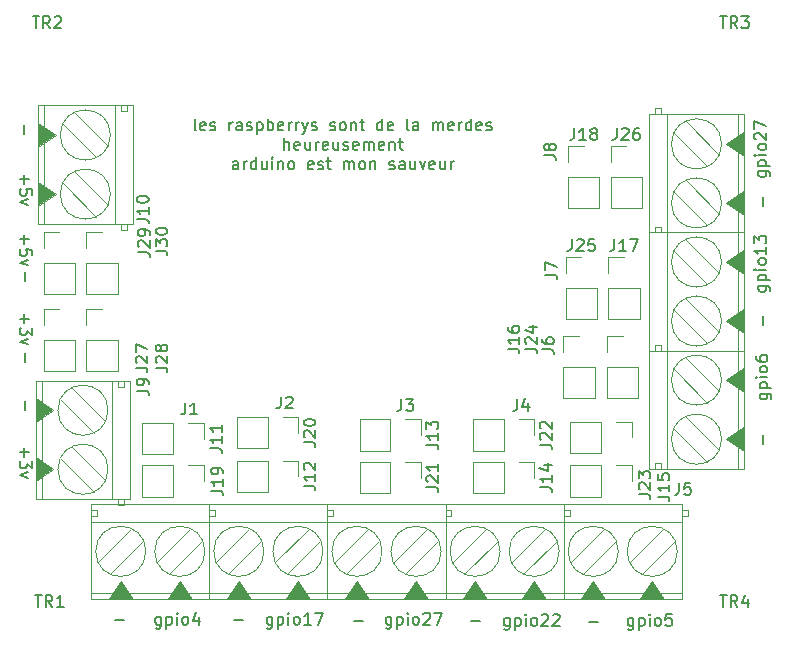
<source format=gto>
G04 #@! TF.GenerationSoftware,KiCad,Pcbnew,(5.1.2)-2*
G04 #@! TF.CreationDate,2019-12-04T01:20:50+01:00*
G04 #@! TF.ProjectId,raspberrypi-gpio-40pin,72617370-6265-4727-9279-70692d677069,rev?*
G04 #@! TF.SameCoordinates,Original*
G04 #@! TF.FileFunction,Legend,Top*
G04 #@! TF.FilePolarity,Positive*
%FSLAX46Y46*%
G04 Gerber Fmt 4.6, Leading zero omitted, Abs format (unit mm)*
G04 Created by KiCad (PCBNEW (5.1.2)-2) date 2019-12-04 01:20:50*
%MOMM*%
%LPD*%
G04 APERTURE LIST*
%ADD10C,0.150000*%
%ADD11C,0.120000*%
%ADD12C,0.100000*%
G04 APERTURE END LIST*
D10*
X215895238Y-106602380D02*
X215800000Y-106554761D01*
X215752380Y-106459523D01*
X215752380Y-105602380D01*
X216657142Y-106554761D02*
X216561904Y-106602380D01*
X216371428Y-106602380D01*
X216276190Y-106554761D01*
X216228571Y-106459523D01*
X216228571Y-106078571D01*
X216276190Y-105983333D01*
X216371428Y-105935714D01*
X216561904Y-105935714D01*
X216657142Y-105983333D01*
X216704761Y-106078571D01*
X216704761Y-106173809D01*
X216228571Y-106269047D01*
X217085714Y-106554761D02*
X217180952Y-106602380D01*
X217371428Y-106602380D01*
X217466666Y-106554761D01*
X217514285Y-106459523D01*
X217514285Y-106411904D01*
X217466666Y-106316666D01*
X217371428Y-106269047D01*
X217228571Y-106269047D01*
X217133333Y-106221428D01*
X217085714Y-106126190D01*
X217085714Y-106078571D01*
X217133333Y-105983333D01*
X217228571Y-105935714D01*
X217371428Y-105935714D01*
X217466666Y-105983333D01*
X218704761Y-106602380D02*
X218704761Y-105935714D01*
X218704761Y-106126190D02*
X218752380Y-106030952D01*
X218800000Y-105983333D01*
X218895238Y-105935714D01*
X218990476Y-105935714D01*
X219752380Y-106602380D02*
X219752380Y-106078571D01*
X219704761Y-105983333D01*
X219609523Y-105935714D01*
X219419047Y-105935714D01*
X219323809Y-105983333D01*
X219752380Y-106554761D02*
X219657142Y-106602380D01*
X219419047Y-106602380D01*
X219323809Y-106554761D01*
X219276190Y-106459523D01*
X219276190Y-106364285D01*
X219323809Y-106269047D01*
X219419047Y-106221428D01*
X219657142Y-106221428D01*
X219752380Y-106173809D01*
X220180952Y-106554761D02*
X220276190Y-106602380D01*
X220466666Y-106602380D01*
X220561904Y-106554761D01*
X220609523Y-106459523D01*
X220609523Y-106411904D01*
X220561904Y-106316666D01*
X220466666Y-106269047D01*
X220323809Y-106269047D01*
X220228571Y-106221428D01*
X220180952Y-106126190D01*
X220180952Y-106078571D01*
X220228571Y-105983333D01*
X220323809Y-105935714D01*
X220466666Y-105935714D01*
X220561904Y-105983333D01*
X221038095Y-105935714D02*
X221038095Y-106935714D01*
X221038095Y-105983333D02*
X221133333Y-105935714D01*
X221323809Y-105935714D01*
X221419047Y-105983333D01*
X221466666Y-106030952D01*
X221514285Y-106126190D01*
X221514285Y-106411904D01*
X221466666Y-106507142D01*
X221419047Y-106554761D01*
X221323809Y-106602380D01*
X221133333Y-106602380D01*
X221038095Y-106554761D01*
X221942857Y-106602380D02*
X221942857Y-105602380D01*
X221942857Y-105983333D02*
X222038095Y-105935714D01*
X222228571Y-105935714D01*
X222323809Y-105983333D01*
X222371428Y-106030952D01*
X222419047Y-106126190D01*
X222419047Y-106411904D01*
X222371428Y-106507142D01*
X222323809Y-106554761D01*
X222228571Y-106602380D01*
X222038095Y-106602380D01*
X221942857Y-106554761D01*
X223228571Y-106554761D02*
X223133333Y-106602380D01*
X222942857Y-106602380D01*
X222847619Y-106554761D01*
X222800000Y-106459523D01*
X222800000Y-106078571D01*
X222847619Y-105983333D01*
X222942857Y-105935714D01*
X223133333Y-105935714D01*
X223228571Y-105983333D01*
X223276190Y-106078571D01*
X223276190Y-106173809D01*
X222800000Y-106269047D01*
X223704761Y-106602380D02*
X223704761Y-105935714D01*
X223704761Y-106126190D02*
X223752380Y-106030952D01*
X223800000Y-105983333D01*
X223895238Y-105935714D01*
X223990476Y-105935714D01*
X224323809Y-106602380D02*
X224323809Y-105935714D01*
X224323809Y-106126190D02*
X224371428Y-106030952D01*
X224419047Y-105983333D01*
X224514285Y-105935714D01*
X224609523Y-105935714D01*
X224847619Y-105935714D02*
X225085714Y-106602380D01*
X225323809Y-105935714D02*
X225085714Y-106602380D01*
X224990476Y-106840476D01*
X224942857Y-106888095D01*
X224847619Y-106935714D01*
X225657142Y-106554761D02*
X225752380Y-106602380D01*
X225942857Y-106602380D01*
X226038095Y-106554761D01*
X226085714Y-106459523D01*
X226085714Y-106411904D01*
X226038095Y-106316666D01*
X225942857Y-106269047D01*
X225800000Y-106269047D01*
X225704761Y-106221428D01*
X225657142Y-106126190D01*
X225657142Y-106078571D01*
X225704761Y-105983333D01*
X225800000Y-105935714D01*
X225942857Y-105935714D01*
X226038095Y-105983333D01*
X227228571Y-106554761D02*
X227323809Y-106602380D01*
X227514285Y-106602380D01*
X227609523Y-106554761D01*
X227657142Y-106459523D01*
X227657142Y-106411904D01*
X227609523Y-106316666D01*
X227514285Y-106269047D01*
X227371428Y-106269047D01*
X227276190Y-106221428D01*
X227228571Y-106126190D01*
X227228571Y-106078571D01*
X227276190Y-105983333D01*
X227371428Y-105935714D01*
X227514285Y-105935714D01*
X227609523Y-105983333D01*
X228228571Y-106602380D02*
X228133333Y-106554761D01*
X228085714Y-106507142D01*
X228038095Y-106411904D01*
X228038095Y-106126190D01*
X228085714Y-106030952D01*
X228133333Y-105983333D01*
X228228571Y-105935714D01*
X228371428Y-105935714D01*
X228466666Y-105983333D01*
X228514285Y-106030952D01*
X228561904Y-106126190D01*
X228561904Y-106411904D01*
X228514285Y-106507142D01*
X228466666Y-106554761D01*
X228371428Y-106602380D01*
X228228571Y-106602380D01*
X228990476Y-105935714D02*
X228990476Y-106602380D01*
X228990476Y-106030952D02*
X229038095Y-105983333D01*
X229133333Y-105935714D01*
X229276190Y-105935714D01*
X229371428Y-105983333D01*
X229419047Y-106078571D01*
X229419047Y-106602380D01*
X229752380Y-105935714D02*
X230133333Y-105935714D01*
X229895238Y-105602380D02*
X229895238Y-106459523D01*
X229942857Y-106554761D01*
X230038095Y-106602380D01*
X230133333Y-106602380D01*
X231657142Y-106602380D02*
X231657142Y-105602380D01*
X231657142Y-106554761D02*
X231561904Y-106602380D01*
X231371428Y-106602380D01*
X231276190Y-106554761D01*
X231228571Y-106507142D01*
X231180952Y-106411904D01*
X231180952Y-106126190D01*
X231228571Y-106030952D01*
X231276190Y-105983333D01*
X231371428Y-105935714D01*
X231561904Y-105935714D01*
X231657142Y-105983333D01*
X232514285Y-106554761D02*
X232419047Y-106602380D01*
X232228571Y-106602380D01*
X232133333Y-106554761D01*
X232085714Y-106459523D01*
X232085714Y-106078571D01*
X232133333Y-105983333D01*
X232228571Y-105935714D01*
X232419047Y-105935714D01*
X232514285Y-105983333D01*
X232561904Y-106078571D01*
X232561904Y-106173809D01*
X232085714Y-106269047D01*
X233895238Y-106602380D02*
X233800000Y-106554761D01*
X233752380Y-106459523D01*
X233752380Y-105602380D01*
X234704761Y-106602380D02*
X234704761Y-106078571D01*
X234657142Y-105983333D01*
X234561904Y-105935714D01*
X234371428Y-105935714D01*
X234276190Y-105983333D01*
X234704761Y-106554761D02*
X234609523Y-106602380D01*
X234371428Y-106602380D01*
X234276190Y-106554761D01*
X234228571Y-106459523D01*
X234228571Y-106364285D01*
X234276190Y-106269047D01*
X234371428Y-106221428D01*
X234609523Y-106221428D01*
X234704761Y-106173809D01*
X235942857Y-106602380D02*
X235942857Y-105935714D01*
X235942857Y-106030952D02*
X235990476Y-105983333D01*
X236085714Y-105935714D01*
X236228571Y-105935714D01*
X236323809Y-105983333D01*
X236371428Y-106078571D01*
X236371428Y-106602380D01*
X236371428Y-106078571D02*
X236419047Y-105983333D01*
X236514285Y-105935714D01*
X236657142Y-105935714D01*
X236752380Y-105983333D01*
X236799999Y-106078571D01*
X236799999Y-106602380D01*
X237657142Y-106554761D02*
X237561904Y-106602380D01*
X237371428Y-106602380D01*
X237276190Y-106554761D01*
X237228571Y-106459523D01*
X237228571Y-106078571D01*
X237276190Y-105983333D01*
X237371428Y-105935714D01*
X237561904Y-105935714D01*
X237657142Y-105983333D01*
X237704761Y-106078571D01*
X237704761Y-106173809D01*
X237228571Y-106269047D01*
X238133333Y-106602380D02*
X238133333Y-105935714D01*
X238133333Y-106126190D02*
X238180952Y-106030952D01*
X238228571Y-105983333D01*
X238323809Y-105935714D01*
X238419047Y-105935714D01*
X239180952Y-106602380D02*
X239180952Y-105602380D01*
X239180952Y-106554761D02*
X239085714Y-106602380D01*
X238895238Y-106602380D01*
X238799999Y-106554761D01*
X238752380Y-106507142D01*
X238704761Y-106411904D01*
X238704761Y-106126190D01*
X238752380Y-106030952D01*
X238799999Y-105983333D01*
X238895238Y-105935714D01*
X239085714Y-105935714D01*
X239180952Y-105983333D01*
X240038095Y-106554761D02*
X239942857Y-106602380D01*
X239752380Y-106602380D01*
X239657142Y-106554761D01*
X239609523Y-106459523D01*
X239609523Y-106078571D01*
X239657142Y-105983333D01*
X239752380Y-105935714D01*
X239942857Y-105935714D01*
X240038095Y-105983333D01*
X240085714Y-106078571D01*
X240085714Y-106173809D01*
X239609523Y-106269047D01*
X240466666Y-106554761D02*
X240561904Y-106602380D01*
X240752380Y-106602380D01*
X240847619Y-106554761D01*
X240895238Y-106459523D01*
X240895238Y-106411904D01*
X240847619Y-106316666D01*
X240752380Y-106269047D01*
X240609523Y-106269047D01*
X240514285Y-106221428D01*
X240466666Y-106126190D01*
X240466666Y-106078571D01*
X240514285Y-105983333D01*
X240609523Y-105935714D01*
X240752380Y-105935714D01*
X240847619Y-105983333D01*
X223347619Y-108252380D02*
X223347619Y-107252380D01*
X223776190Y-108252380D02*
X223776190Y-107728571D01*
X223728571Y-107633333D01*
X223633333Y-107585714D01*
X223490476Y-107585714D01*
X223395238Y-107633333D01*
X223347619Y-107680952D01*
X224633333Y-108204761D02*
X224538095Y-108252380D01*
X224347619Y-108252380D01*
X224252380Y-108204761D01*
X224204761Y-108109523D01*
X224204761Y-107728571D01*
X224252380Y-107633333D01*
X224347619Y-107585714D01*
X224538095Y-107585714D01*
X224633333Y-107633333D01*
X224680952Y-107728571D01*
X224680952Y-107823809D01*
X224204761Y-107919047D01*
X225538095Y-107585714D02*
X225538095Y-108252380D01*
X225109523Y-107585714D02*
X225109523Y-108109523D01*
X225157142Y-108204761D01*
X225252380Y-108252380D01*
X225395238Y-108252380D01*
X225490476Y-108204761D01*
X225538095Y-108157142D01*
X226014285Y-108252380D02*
X226014285Y-107585714D01*
X226014285Y-107776190D02*
X226061904Y-107680952D01*
X226109523Y-107633333D01*
X226204761Y-107585714D01*
X226300000Y-107585714D01*
X227014285Y-108204761D02*
X226919047Y-108252380D01*
X226728571Y-108252380D01*
X226633333Y-108204761D01*
X226585714Y-108109523D01*
X226585714Y-107728571D01*
X226633333Y-107633333D01*
X226728571Y-107585714D01*
X226919047Y-107585714D01*
X227014285Y-107633333D01*
X227061904Y-107728571D01*
X227061904Y-107823809D01*
X226585714Y-107919047D01*
X227919047Y-107585714D02*
X227919047Y-108252380D01*
X227490476Y-107585714D02*
X227490476Y-108109523D01*
X227538095Y-108204761D01*
X227633333Y-108252380D01*
X227776190Y-108252380D01*
X227871428Y-108204761D01*
X227919047Y-108157142D01*
X228347619Y-108204761D02*
X228442857Y-108252380D01*
X228633333Y-108252380D01*
X228728571Y-108204761D01*
X228776190Y-108109523D01*
X228776190Y-108061904D01*
X228728571Y-107966666D01*
X228633333Y-107919047D01*
X228490476Y-107919047D01*
X228395238Y-107871428D01*
X228347619Y-107776190D01*
X228347619Y-107728571D01*
X228395238Y-107633333D01*
X228490476Y-107585714D01*
X228633333Y-107585714D01*
X228728571Y-107633333D01*
X229585714Y-108204761D02*
X229490476Y-108252380D01*
X229300000Y-108252380D01*
X229204761Y-108204761D01*
X229157142Y-108109523D01*
X229157142Y-107728571D01*
X229204761Y-107633333D01*
X229300000Y-107585714D01*
X229490476Y-107585714D01*
X229585714Y-107633333D01*
X229633333Y-107728571D01*
X229633333Y-107823809D01*
X229157142Y-107919047D01*
X230061904Y-108252380D02*
X230061904Y-107585714D01*
X230061904Y-107680952D02*
X230109523Y-107633333D01*
X230204761Y-107585714D01*
X230347619Y-107585714D01*
X230442857Y-107633333D01*
X230490476Y-107728571D01*
X230490476Y-108252380D01*
X230490476Y-107728571D02*
X230538095Y-107633333D01*
X230633333Y-107585714D01*
X230776190Y-107585714D01*
X230871428Y-107633333D01*
X230919047Y-107728571D01*
X230919047Y-108252380D01*
X231776190Y-108204761D02*
X231680952Y-108252380D01*
X231490476Y-108252380D01*
X231395238Y-108204761D01*
X231347619Y-108109523D01*
X231347619Y-107728571D01*
X231395238Y-107633333D01*
X231490476Y-107585714D01*
X231680952Y-107585714D01*
X231776190Y-107633333D01*
X231823809Y-107728571D01*
X231823809Y-107823809D01*
X231347619Y-107919047D01*
X232252380Y-107585714D02*
X232252380Y-108252380D01*
X232252380Y-107680952D02*
X232300000Y-107633333D01*
X232395238Y-107585714D01*
X232538095Y-107585714D01*
X232633333Y-107633333D01*
X232680952Y-107728571D01*
X232680952Y-108252380D01*
X233014285Y-107585714D02*
X233395238Y-107585714D01*
X233157142Y-107252380D02*
X233157142Y-108109523D01*
X233204761Y-108204761D01*
X233300000Y-108252380D01*
X233395238Y-108252380D01*
X219442857Y-109902380D02*
X219442857Y-109378571D01*
X219395238Y-109283333D01*
X219300000Y-109235714D01*
X219109523Y-109235714D01*
X219014285Y-109283333D01*
X219442857Y-109854761D02*
X219347619Y-109902380D01*
X219109523Y-109902380D01*
X219014285Y-109854761D01*
X218966666Y-109759523D01*
X218966666Y-109664285D01*
X219014285Y-109569047D01*
X219109523Y-109521428D01*
X219347619Y-109521428D01*
X219442857Y-109473809D01*
X219919047Y-109902380D02*
X219919047Y-109235714D01*
X219919047Y-109426190D02*
X219966666Y-109330952D01*
X220014285Y-109283333D01*
X220109523Y-109235714D01*
X220204761Y-109235714D01*
X220966666Y-109902380D02*
X220966666Y-108902380D01*
X220966666Y-109854761D02*
X220871428Y-109902380D01*
X220680952Y-109902380D01*
X220585714Y-109854761D01*
X220538095Y-109807142D01*
X220490476Y-109711904D01*
X220490476Y-109426190D01*
X220538095Y-109330952D01*
X220585714Y-109283333D01*
X220680952Y-109235714D01*
X220871428Y-109235714D01*
X220966666Y-109283333D01*
X221871428Y-109235714D02*
X221871428Y-109902380D01*
X221442857Y-109235714D02*
X221442857Y-109759523D01*
X221490476Y-109854761D01*
X221585714Y-109902380D01*
X221728571Y-109902380D01*
X221823809Y-109854761D01*
X221871428Y-109807142D01*
X222347619Y-109902380D02*
X222347619Y-109235714D01*
X222347619Y-108902380D02*
X222300000Y-108950000D01*
X222347619Y-108997619D01*
X222395238Y-108950000D01*
X222347619Y-108902380D01*
X222347619Y-108997619D01*
X222823809Y-109235714D02*
X222823809Y-109902380D01*
X222823809Y-109330952D02*
X222871428Y-109283333D01*
X222966666Y-109235714D01*
X223109523Y-109235714D01*
X223204761Y-109283333D01*
X223252380Y-109378571D01*
X223252380Y-109902380D01*
X223871428Y-109902380D02*
X223776190Y-109854761D01*
X223728571Y-109807142D01*
X223680952Y-109711904D01*
X223680952Y-109426190D01*
X223728571Y-109330952D01*
X223776190Y-109283333D01*
X223871428Y-109235714D01*
X224014285Y-109235714D01*
X224109523Y-109283333D01*
X224157142Y-109330952D01*
X224204761Y-109426190D01*
X224204761Y-109711904D01*
X224157142Y-109807142D01*
X224109523Y-109854761D01*
X224014285Y-109902380D01*
X223871428Y-109902380D01*
X225776190Y-109854761D02*
X225680952Y-109902380D01*
X225490476Y-109902380D01*
X225395238Y-109854761D01*
X225347619Y-109759523D01*
X225347619Y-109378571D01*
X225395238Y-109283333D01*
X225490476Y-109235714D01*
X225680952Y-109235714D01*
X225776190Y-109283333D01*
X225823809Y-109378571D01*
X225823809Y-109473809D01*
X225347619Y-109569047D01*
X226204761Y-109854761D02*
X226300000Y-109902380D01*
X226490476Y-109902380D01*
X226585714Y-109854761D01*
X226633333Y-109759523D01*
X226633333Y-109711904D01*
X226585714Y-109616666D01*
X226490476Y-109569047D01*
X226347619Y-109569047D01*
X226252380Y-109521428D01*
X226204761Y-109426190D01*
X226204761Y-109378571D01*
X226252380Y-109283333D01*
X226347619Y-109235714D01*
X226490476Y-109235714D01*
X226585714Y-109283333D01*
X226919047Y-109235714D02*
X227300000Y-109235714D01*
X227061904Y-108902380D02*
X227061904Y-109759523D01*
X227109523Y-109854761D01*
X227204761Y-109902380D01*
X227300000Y-109902380D01*
X228395238Y-109902380D02*
X228395238Y-109235714D01*
X228395238Y-109330952D02*
X228442857Y-109283333D01*
X228538095Y-109235714D01*
X228680952Y-109235714D01*
X228776190Y-109283333D01*
X228823809Y-109378571D01*
X228823809Y-109902380D01*
X228823809Y-109378571D02*
X228871428Y-109283333D01*
X228966666Y-109235714D01*
X229109523Y-109235714D01*
X229204761Y-109283333D01*
X229252380Y-109378571D01*
X229252380Y-109902380D01*
X229871428Y-109902380D02*
X229776190Y-109854761D01*
X229728571Y-109807142D01*
X229680952Y-109711904D01*
X229680952Y-109426190D01*
X229728571Y-109330952D01*
X229776190Y-109283333D01*
X229871428Y-109235714D01*
X230014285Y-109235714D01*
X230109523Y-109283333D01*
X230157142Y-109330952D01*
X230204761Y-109426190D01*
X230204761Y-109711904D01*
X230157142Y-109807142D01*
X230109523Y-109854761D01*
X230014285Y-109902380D01*
X229871428Y-109902380D01*
X230633333Y-109235714D02*
X230633333Y-109902380D01*
X230633333Y-109330952D02*
X230680952Y-109283333D01*
X230776190Y-109235714D01*
X230919047Y-109235714D01*
X231014285Y-109283333D01*
X231061904Y-109378571D01*
X231061904Y-109902380D01*
X232252380Y-109854761D02*
X232347619Y-109902380D01*
X232538095Y-109902380D01*
X232633333Y-109854761D01*
X232680952Y-109759523D01*
X232680952Y-109711904D01*
X232633333Y-109616666D01*
X232538095Y-109569047D01*
X232395238Y-109569047D01*
X232300000Y-109521428D01*
X232252380Y-109426190D01*
X232252380Y-109378571D01*
X232300000Y-109283333D01*
X232395238Y-109235714D01*
X232538095Y-109235714D01*
X232633333Y-109283333D01*
X233538095Y-109902380D02*
X233538095Y-109378571D01*
X233490476Y-109283333D01*
X233395238Y-109235714D01*
X233204761Y-109235714D01*
X233109523Y-109283333D01*
X233538095Y-109854761D02*
X233442857Y-109902380D01*
X233204761Y-109902380D01*
X233109523Y-109854761D01*
X233061904Y-109759523D01*
X233061904Y-109664285D01*
X233109523Y-109569047D01*
X233204761Y-109521428D01*
X233442857Y-109521428D01*
X233538095Y-109473809D01*
X234442857Y-109235714D02*
X234442857Y-109902380D01*
X234014285Y-109235714D02*
X234014285Y-109759523D01*
X234061904Y-109854761D01*
X234157142Y-109902380D01*
X234300000Y-109902380D01*
X234395238Y-109854761D01*
X234442857Y-109807142D01*
X234823809Y-109235714D02*
X235061904Y-109902380D01*
X235300000Y-109235714D01*
X236061904Y-109854761D02*
X235966666Y-109902380D01*
X235776190Y-109902380D01*
X235680952Y-109854761D01*
X235633333Y-109759523D01*
X235633333Y-109378571D01*
X235680952Y-109283333D01*
X235776190Y-109235714D01*
X235966666Y-109235714D01*
X236061904Y-109283333D01*
X236109523Y-109378571D01*
X236109523Y-109473809D01*
X235633333Y-109569047D01*
X236966666Y-109235714D02*
X236966666Y-109902380D01*
X236538095Y-109235714D02*
X236538095Y-109759523D01*
X236585714Y-109854761D01*
X236680952Y-109902380D01*
X236823809Y-109902380D01*
X236919047Y-109854761D01*
X236966666Y-109807142D01*
X237442857Y-109902380D02*
X237442857Y-109235714D01*
X237442857Y-109426190D02*
X237490476Y-109330952D01*
X237538095Y-109283333D01*
X237633333Y-109235714D01*
X237728571Y-109235714D01*
X263585714Y-128904761D02*
X264395238Y-128904761D01*
X264490476Y-128952380D01*
X264538095Y-129000000D01*
X264585714Y-129095238D01*
X264585714Y-129238095D01*
X264538095Y-129333333D01*
X264204761Y-128904761D02*
X264252380Y-129000000D01*
X264252380Y-129190476D01*
X264204761Y-129285714D01*
X264157142Y-129333333D01*
X264061904Y-129380952D01*
X263776190Y-129380952D01*
X263680952Y-129333333D01*
X263633333Y-129285714D01*
X263585714Y-129190476D01*
X263585714Y-129000000D01*
X263633333Y-128904761D01*
X263585714Y-128428571D02*
X264585714Y-128428571D01*
X263633333Y-128428571D02*
X263585714Y-128333333D01*
X263585714Y-128142857D01*
X263633333Y-128047619D01*
X263680952Y-128000000D01*
X263776190Y-127952380D01*
X264061904Y-127952380D01*
X264157142Y-128000000D01*
X264204761Y-128047619D01*
X264252380Y-128142857D01*
X264252380Y-128333333D01*
X264204761Y-128428571D01*
X264252380Y-127523809D02*
X263585714Y-127523809D01*
X263252380Y-127523809D02*
X263300000Y-127571428D01*
X263347619Y-127523809D01*
X263300000Y-127476190D01*
X263252380Y-127523809D01*
X263347619Y-127523809D01*
X264252380Y-126904761D02*
X264204761Y-127000000D01*
X264157142Y-127047619D01*
X264061904Y-127095238D01*
X263776190Y-127095238D01*
X263680952Y-127047619D01*
X263633333Y-127000000D01*
X263585714Y-126904761D01*
X263585714Y-126761904D01*
X263633333Y-126666666D01*
X263680952Y-126619047D01*
X263776190Y-126571428D01*
X264061904Y-126571428D01*
X264157142Y-126619047D01*
X264204761Y-126666666D01*
X264252380Y-126761904D01*
X264252380Y-126904761D01*
X263252380Y-125714285D02*
X263252380Y-125904761D01*
X263300000Y-126000000D01*
X263347619Y-126047619D01*
X263490476Y-126142857D01*
X263680952Y-126190476D01*
X264061904Y-126190476D01*
X264157142Y-126142857D01*
X264204761Y-126095238D01*
X264252380Y-126000000D01*
X264252380Y-125809523D01*
X264204761Y-125714285D01*
X264157142Y-125666666D01*
X264061904Y-125619047D01*
X263823809Y-125619047D01*
X263728571Y-125666666D01*
X263680952Y-125714285D01*
X263633333Y-125809523D01*
X263633333Y-126000000D01*
X263680952Y-126095238D01*
X263728571Y-126142857D01*
X263823809Y-126190476D01*
X263485714Y-119780952D02*
X264295238Y-119780952D01*
X264390476Y-119828571D01*
X264438095Y-119876190D01*
X264485714Y-119971428D01*
X264485714Y-120114285D01*
X264438095Y-120209523D01*
X264104761Y-119780952D02*
X264152380Y-119876190D01*
X264152380Y-120066666D01*
X264104761Y-120161904D01*
X264057142Y-120209523D01*
X263961904Y-120257142D01*
X263676190Y-120257142D01*
X263580952Y-120209523D01*
X263533333Y-120161904D01*
X263485714Y-120066666D01*
X263485714Y-119876190D01*
X263533333Y-119780952D01*
X263485714Y-119304761D02*
X264485714Y-119304761D01*
X263533333Y-119304761D02*
X263485714Y-119209523D01*
X263485714Y-119019047D01*
X263533333Y-118923809D01*
X263580952Y-118876190D01*
X263676190Y-118828571D01*
X263961904Y-118828571D01*
X264057142Y-118876190D01*
X264104761Y-118923809D01*
X264152380Y-119019047D01*
X264152380Y-119209523D01*
X264104761Y-119304761D01*
X264152380Y-118400000D02*
X263485714Y-118400000D01*
X263152380Y-118400000D02*
X263200000Y-118447619D01*
X263247619Y-118400000D01*
X263200000Y-118352380D01*
X263152380Y-118400000D01*
X263247619Y-118400000D01*
X264152380Y-117780952D02*
X264104761Y-117876190D01*
X264057142Y-117923809D01*
X263961904Y-117971428D01*
X263676190Y-117971428D01*
X263580952Y-117923809D01*
X263533333Y-117876190D01*
X263485714Y-117780952D01*
X263485714Y-117638095D01*
X263533333Y-117542857D01*
X263580952Y-117495238D01*
X263676190Y-117447619D01*
X263961904Y-117447619D01*
X264057142Y-117495238D01*
X264104761Y-117542857D01*
X264152380Y-117638095D01*
X264152380Y-117780952D01*
X264152380Y-116495238D02*
X264152380Y-117066666D01*
X264152380Y-116780952D02*
X263152380Y-116780952D01*
X263295238Y-116876190D01*
X263390476Y-116971428D01*
X263438095Y-117066666D01*
X263152380Y-116161904D02*
X263152380Y-115542857D01*
X263533333Y-115876190D01*
X263533333Y-115733333D01*
X263580952Y-115638095D01*
X263628571Y-115590476D01*
X263723809Y-115542857D01*
X263961904Y-115542857D01*
X264057142Y-115590476D01*
X264104761Y-115638095D01*
X264152380Y-115733333D01*
X264152380Y-116019047D01*
X264104761Y-116114285D01*
X264057142Y-116161904D01*
X263485714Y-110080952D02*
X264295238Y-110080952D01*
X264390476Y-110128571D01*
X264438095Y-110176190D01*
X264485714Y-110271428D01*
X264485714Y-110414285D01*
X264438095Y-110509523D01*
X264104761Y-110080952D02*
X264152380Y-110176190D01*
X264152380Y-110366666D01*
X264104761Y-110461904D01*
X264057142Y-110509523D01*
X263961904Y-110557142D01*
X263676190Y-110557142D01*
X263580952Y-110509523D01*
X263533333Y-110461904D01*
X263485714Y-110366666D01*
X263485714Y-110176190D01*
X263533333Y-110080952D01*
X263485714Y-109604761D02*
X264485714Y-109604761D01*
X263533333Y-109604761D02*
X263485714Y-109509523D01*
X263485714Y-109319047D01*
X263533333Y-109223809D01*
X263580952Y-109176190D01*
X263676190Y-109128571D01*
X263961904Y-109128571D01*
X264057142Y-109176190D01*
X264104761Y-109223809D01*
X264152380Y-109319047D01*
X264152380Y-109509523D01*
X264104761Y-109604761D01*
X264152380Y-108700000D02*
X263485714Y-108700000D01*
X263152380Y-108700000D02*
X263200000Y-108747619D01*
X263247619Y-108700000D01*
X263200000Y-108652380D01*
X263152380Y-108700000D01*
X263247619Y-108700000D01*
X264152380Y-108080952D02*
X264104761Y-108176190D01*
X264057142Y-108223809D01*
X263961904Y-108271428D01*
X263676190Y-108271428D01*
X263580952Y-108223809D01*
X263533333Y-108176190D01*
X263485714Y-108080952D01*
X263485714Y-107938095D01*
X263533333Y-107842857D01*
X263580952Y-107795238D01*
X263676190Y-107747619D01*
X263961904Y-107747619D01*
X264057142Y-107795238D01*
X264104761Y-107842857D01*
X264152380Y-107938095D01*
X264152380Y-108080952D01*
X263247619Y-107366666D02*
X263200000Y-107319047D01*
X263152380Y-107223809D01*
X263152380Y-106985714D01*
X263200000Y-106890476D01*
X263247619Y-106842857D01*
X263342857Y-106795238D01*
X263438095Y-106795238D01*
X263580952Y-106842857D01*
X264152380Y-107414285D01*
X264152380Y-106795238D01*
X263152380Y-106461904D02*
X263152380Y-105795238D01*
X264152380Y-106223809D01*
X263871428Y-112980952D02*
X263871428Y-112219047D01*
X263871428Y-123080952D02*
X263871428Y-122319047D01*
X263871428Y-133180952D02*
X263871428Y-132419047D01*
X252895238Y-147885714D02*
X252895238Y-148695238D01*
X252847619Y-148790476D01*
X252800000Y-148838095D01*
X252704761Y-148885714D01*
X252561904Y-148885714D01*
X252466666Y-148838095D01*
X252895238Y-148504761D02*
X252800000Y-148552380D01*
X252609523Y-148552380D01*
X252514285Y-148504761D01*
X252466666Y-148457142D01*
X252419047Y-148361904D01*
X252419047Y-148076190D01*
X252466666Y-147980952D01*
X252514285Y-147933333D01*
X252609523Y-147885714D01*
X252800000Y-147885714D01*
X252895238Y-147933333D01*
X253371428Y-147885714D02*
X253371428Y-148885714D01*
X253371428Y-147933333D02*
X253466666Y-147885714D01*
X253657142Y-147885714D01*
X253752380Y-147933333D01*
X253800000Y-147980952D01*
X253847619Y-148076190D01*
X253847619Y-148361904D01*
X253800000Y-148457142D01*
X253752380Y-148504761D01*
X253657142Y-148552380D01*
X253466666Y-148552380D01*
X253371428Y-148504761D01*
X254276190Y-148552380D02*
X254276190Y-147885714D01*
X254276190Y-147552380D02*
X254228571Y-147600000D01*
X254276190Y-147647619D01*
X254323809Y-147600000D01*
X254276190Y-147552380D01*
X254276190Y-147647619D01*
X254895238Y-148552380D02*
X254800000Y-148504761D01*
X254752380Y-148457142D01*
X254704761Y-148361904D01*
X254704761Y-148076190D01*
X254752380Y-147980952D01*
X254800000Y-147933333D01*
X254895238Y-147885714D01*
X255038095Y-147885714D01*
X255133333Y-147933333D01*
X255180952Y-147980952D01*
X255228571Y-148076190D01*
X255228571Y-148361904D01*
X255180952Y-148457142D01*
X255133333Y-148504761D01*
X255038095Y-148552380D01*
X254895238Y-148552380D01*
X256133333Y-147552380D02*
X255657142Y-147552380D01*
X255609523Y-148028571D01*
X255657142Y-147980952D01*
X255752380Y-147933333D01*
X255990476Y-147933333D01*
X256085714Y-147980952D01*
X256133333Y-148028571D01*
X256180952Y-148123809D01*
X256180952Y-148361904D01*
X256133333Y-148457142D01*
X256085714Y-148504761D01*
X255990476Y-148552380D01*
X255752380Y-148552380D01*
X255657142Y-148504761D01*
X255609523Y-148457142D01*
X242419047Y-147885714D02*
X242419047Y-148695238D01*
X242371428Y-148790476D01*
X242323809Y-148838095D01*
X242228571Y-148885714D01*
X242085714Y-148885714D01*
X241990476Y-148838095D01*
X242419047Y-148504761D02*
X242323809Y-148552380D01*
X242133333Y-148552380D01*
X242038095Y-148504761D01*
X241990476Y-148457142D01*
X241942857Y-148361904D01*
X241942857Y-148076190D01*
X241990476Y-147980952D01*
X242038095Y-147933333D01*
X242133333Y-147885714D01*
X242323809Y-147885714D01*
X242419047Y-147933333D01*
X242895238Y-147885714D02*
X242895238Y-148885714D01*
X242895238Y-147933333D02*
X242990476Y-147885714D01*
X243180952Y-147885714D01*
X243276190Y-147933333D01*
X243323809Y-147980952D01*
X243371428Y-148076190D01*
X243371428Y-148361904D01*
X243323809Y-148457142D01*
X243276190Y-148504761D01*
X243180952Y-148552380D01*
X242990476Y-148552380D01*
X242895238Y-148504761D01*
X243800000Y-148552380D02*
X243800000Y-147885714D01*
X243800000Y-147552380D02*
X243752380Y-147600000D01*
X243800000Y-147647619D01*
X243847619Y-147600000D01*
X243800000Y-147552380D01*
X243800000Y-147647619D01*
X244419047Y-148552380D02*
X244323809Y-148504761D01*
X244276190Y-148457142D01*
X244228571Y-148361904D01*
X244228571Y-148076190D01*
X244276190Y-147980952D01*
X244323809Y-147933333D01*
X244419047Y-147885714D01*
X244561904Y-147885714D01*
X244657142Y-147933333D01*
X244704761Y-147980952D01*
X244752380Y-148076190D01*
X244752380Y-148361904D01*
X244704761Y-148457142D01*
X244657142Y-148504761D01*
X244561904Y-148552380D01*
X244419047Y-148552380D01*
X245133333Y-147647619D02*
X245180952Y-147600000D01*
X245276190Y-147552380D01*
X245514285Y-147552380D01*
X245609523Y-147600000D01*
X245657142Y-147647619D01*
X245704761Y-147742857D01*
X245704761Y-147838095D01*
X245657142Y-147980952D01*
X245085714Y-148552380D01*
X245704761Y-148552380D01*
X246085714Y-147647619D02*
X246133333Y-147600000D01*
X246228571Y-147552380D01*
X246466666Y-147552380D01*
X246561904Y-147600000D01*
X246609523Y-147647619D01*
X246657142Y-147742857D01*
X246657142Y-147838095D01*
X246609523Y-147980952D01*
X246038095Y-148552380D01*
X246657142Y-148552380D01*
X232419047Y-147785714D02*
X232419047Y-148595238D01*
X232371428Y-148690476D01*
X232323809Y-148738095D01*
X232228571Y-148785714D01*
X232085714Y-148785714D01*
X231990476Y-148738095D01*
X232419047Y-148404761D02*
X232323809Y-148452380D01*
X232133333Y-148452380D01*
X232038095Y-148404761D01*
X231990476Y-148357142D01*
X231942857Y-148261904D01*
X231942857Y-147976190D01*
X231990476Y-147880952D01*
X232038095Y-147833333D01*
X232133333Y-147785714D01*
X232323809Y-147785714D01*
X232419047Y-147833333D01*
X232895238Y-147785714D02*
X232895238Y-148785714D01*
X232895238Y-147833333D02*
X232990476Y-147785714D01*
X233180952Y-147785714D01*
X233276190Y-147833333D01*
X233323809Y-147880952D01*
X233371428Y-147976190D01*
X233371428Y-148261904D01*
X233323809Y-148357142D01*
X233276190Y-148404761D01*
X233180952Y-148452380D01*
X232990476Y-148452380D01*
X232895238Y-148404761D01*
X233800000Y-148452380D02*
X233800000Y-147785714D01*
X233800000Y-147452380D02*
X233752380Y-147500000D01*
X233800000Y-147547619D01*
X233847619Y-147500000D01*
X233800000Y-147452380D01*
X233800000Y-147547619D01*
X234419047Y-148452380D02*
X234323809Y-148404761D01*
X234276190Y-148357142D01*
X234228571Y-148261904D01*
X234228571Y-147976190D01*
X234276190Y-147880952D01*
X234323809Y-147833333D01*
X234419047Y-147785714D01*
X234561904Y-147785714D01*
X234657142Y-147833333D01*
X234704761Y-147880952D01*
X234752380Y-147976190D01*
X234752380Y-148261904D01*
X234704761Y-148357142D01*
X234657142Y-148404761D01*
X234561904Y-148452380D01*
X234419047Y-148452380D01*
X235133333Y-147547619D02*
X235180952Y-147500000D01*
X235276190Y-147452380D01*
X235514285Y-147452380D01*
X235609523Y-147500000D01*
X235657142Y-147547619D01*
X235704761Y-147642857D01*
X235704761Y-147738095D01*
X235657142Y-147880952D01*
X235085714Y-148452380D01*
X235704761Y-148452380D01*
X236038095Y-147452380D02*
X236704761Y-147452380D01*
X236276190Y-148452380D01*
X222319047Y-147785714D02*
X222319047Y-148595238D01*
X222271428Y-148690476D01*
X222223809Y-148738095D01*
X222128571Y-148785714D01*
X221985714Y-148785714D01*
X221890476Y-148738095D01*
X222319047Y-148404761D02*
X222223809Y-148452380D01*
X222033333Y-148452380D01*
X221938095Y-148404761D01*
X221890476Y-148357142D01*
X221842857Y-148261904D01*
X221842857Y-147976190D01*
X221890476Y-147880952D01*
X221938095Y-147833333D01*
X222033333Y-147785714D01*
X222223809Y-147785714D01*
X222319047Y-147833333D01*
X222795238Y-147785714D02*
X222795238Y-148785714D01*
X222795238Y-147833333D02*
X222890476Y-147785714D01*
X223080952Y-147785714D01*
X223176190Y-147833333D01*
X223223809Y-147880952D01*
X223271428Y-147976190D01*
X223271428Y-148261904D01*
X223223809Y-148357142D01*
X223176190Y-148404761D01*
X223080952Y-148452380D01*
X222890476Y-148452380D01*
X222795238Y-148404761D01*
X223700000Y-148452380D02*
X223700000Y-147785714D01*
X223700000Y-147452380D02*
X223652380Y-147500000D01*
X223700000Y-147547619D01*
X223747619Y-147500000D01*
X223700000Y-147452380D01*
X223700000Y-147547619D01*
X224319047Y-148452380D02*
X224223809Y-148404761D01*
X224176190Y-148357142D01*
X224128571Y-148261904D01*
X224128571Y-147976190D01*
X224176190Y-147880952D01*
X224223809Y-147833333D01*
X224319047Y-147785714D01*
X224461904Y-147785714D01*
X224557142Y-147833333D01*
X224604761Y-147880952D01*
X224652380Y-147976190D01*
X224652380Y-148261904D01*
X224604761Y-148357142D01*
X224557142Y-148404761D01*
X224461904Y-148452380D01*
X224319047Y-148452380D01*
X225604761Y-148452380D02*
X225033333Y-148452380D01*
X225319047Y-148452380D02*
X225319047Y-147452380D01*
X225223809Y-147595238D01*
X225128571Y-147690476D01*
X225033333Y-147738095D01*
X225938095Y-147452380D02*
X226604761Y-147452380D01*
X226176190Y-148452380D01*
X212895238Y-147785714D02*
X212895238Y-148595238D01*
X212847619Y-148690476D01*
X212800000Y-148738095D01*
X212704761Y-148785714D01*
X212561904Y-148785714D01*
X212466666Y-148738095D01*
X212895238Y-148404761D02*
X212800000Y-148452380D01*
X212609523Y-148452380D01*
X212514285Y-148404761D01*
X212466666Y-148357142D01*
X212419047Y-148261904D01*
X212419047Y-147976190D01*
X212466666Y-147880952D01*
X212514285Y-147833333D01*
X212609523Y-147785714D01*
X212800000Y-147785714D01*
X212895238Y-147833333D01*
X213371428Y-147785714D02*
X213371428Y-148785714D01*
X213371428Y-147833333D02*
X213466666Y-147785714D01*
X213657142Y-147785714D01*
X213752380Y-147833333D01*
X213800000Y-147880952D01*
X213847619Y-147976190D01*
X213847619Y-148261904D01*
X213800000Y-148357142D01*
X213752380Y-148404761D01*
X213657142Y-148452380D01*
X213466666Y-148452380D01*
X213371428Y-148404761D01*
X214276190Y-148452380D02*
X214276190Y-147785714D01*
X214276190Y-147452380D02*
X214228571Y-147500000D01*
X214276190Y-147547619D01*
X214323809Y-147500000D01*
X214276190Y-147452380D01*
X214276190Y-147547619D01*
X214895238Y-148452380D02*
X214800000Y-148404761D01*
X214752380Y-148357142D01*
X214704761Y-148261904D01*
X214704761Y-147976190D01*
X214752380Y-147880952D01*
X214800000Y-147833333D01*
X214895238Y-147785714D01*
X215038095Y-147785714D01*
X215133333Y-147833333D01*
X215180952Y-147880952D01*
X215228571Y-147976190D01*
X215228571Y-148261904D01*
X215180952Y-148357142D01*
X215133333Y-148404761D01*
X215038095Y-148452380D01*
X214895238Y-148452380D01*
X216085714Y-147785714D02*
X216085714Y-148452380D01*
X215847619Y-147404761D02*
X215609523Y-148119047D01*
X216228571Y-148119047D01*
X201328571Y-133461904D02*
X201328571Y-134223809D01*
X200947619Y-133842857D02*
X201709523Y-133842857D01*
X201947619Y-134604761D02*
X201947619Y-135223809D01*
X201566666Y-134890476D01*
X201566666Y-135033333D01*
X201519047Y-135128571D01*
X201471428Y-135176190D01*
X201376190Y-135223809D01*
X201138095Y-135223809D01*
X201042857Y-135176190D01*
X200995238Y-135128571D01*
X200947619Y-135033333D01*
X200947619Y-134747619D01*
X200995238Y-134652380D01*
X201042857Y-134604761D01*
X201614285Y-135557142D02*
X200947619Y-135795238D01*
X201614285Y-136033333D01*
X201328571Y-122161904D02*
X201328571Y-122923809D01*
X200947619Y-122542857D02*
X201709523Y-122542857D01*
X201947619Y-123304761D02*
X201947619Y-123923809D01*
X201566666Y-123590476D01*
X201566666Y-123733333D01*
X201519047Y-123828571D01*
X201471428Y-123876190D01*
X201376190Y-123923809D01*
X201138095Y-123923809D01*
X201042857Y-123876190D01*
X200995238Y-123828571D01*
X200947619Y-123733333D01*
X200947619Y-123447619D01*
X200995238Y-123352380D01*
X201042857Y-123304761D01*
X201614285Y-124257142D02*
X200947619Y-124495238D01*
X201614285Y-124733333D01*
X201328571Y-115461904D02*
X201328571Y-116223809D01*
X200947619Y-115842857D02*
X201709523Y-115842857D01*
X201947619Y-117176190D02*
X201947619Y-116700000D01*
X201471428Y-116652380D01*
X201519047Y-116700000D01*
X201566666Y-116795238D01*
X201566666Y-117033333D01*
X201519047Y-117128571D01*
X201471428Y-117176190D01*
X201376190Y-117223809D01*
X201138095Y-117223809D01*
X201042857Y-117176190D01*
X200995238Y-117128571D01*
X200947619Y-117033333D01*
X200947619Y-116795238D01*
X200995238Y-116700000D01*
X201042857Y-116652380D01*
X201614285Y-117557142D02*
X200947619Y-117795238D01*
X201614285Y-118033333D01*
X239880952Y-148128571D02*
X239119047Y-148128571D01*
X249880952Y-148228571D02*
X249119047Y-148228571D01*
X229980952Y-148128571D02*
X229219047Y-148128571D01*
X219880952Y-148028571D02*
X219119047Y-148028571D01*
X209780952Y-148028571D02*
X209019047Y-148028571D01*
X201371428Y-130280952D02*
X201371428Y-129519047D01*
X201371428Y-126180952D02*
X201371428Y-125419047D01*
X201371428Y-119380952D02*
X201371428Y-118619047D01*
X201271428Y-106880952D02*
X201271428Y-106119047D01*
X201328571Y-110361904D02*
X201328571Y-111123809D01*
X200947619Y-110742857D02*
X201709523Y-110742857D01*
X201947619Y-112076190D02*
X201947619Y-111600000D01*
X201471428Y-111552380D01*
X201519047Y-111600000D01*
X201566666Y-111695238D01*
X201566666Y-111933333D01*
X201519047Y-112028571D01*
X201471428Y-112076190D01*
X201376190Y-112123809D01*
X201138095Y-112123809D01*
X201042857Y-112076190D01*
X200995238Y-112028571D01*
X200947619Y-111933333D01*
X200947619Y-111695238D01*
X200995238Y-111600000D01*
X201042857Y-111552380D01*
X201614285Y-112457142D02*
X200947619Y-112695238D01*
X201614285Y-112933333D01*
D11*
X206570000Y-120430000D02*
X209230000Y-120430000D01*
X206570000Y-117830000D02*
X206570000Y-120430000D01*
X209230000Y-117830000D02*
X209230000Y-120430000D01*
X206570000Y-117830000D02*
X209230000Y-117830000D01*
X206570000Y-116560000D02*
X206570000Y-115230000D01*
X206570000Y-115230000D02*
X207900000Y-115230000D01*
X202970000Y-120430000D02*
X205630000Y-120430000D01*
X202970000Y-117830000D02*
X202970000Y-120430000D01*
X205630000Y-117830000D02*
X205630000Y-120430000D01*
X202970000Y-117830000D02*
X205630000Y-117830000D01*
X202970000Y-116560000D02*
X202970000Y-115230000D01*
X202970000Y-115230000D02*
X204300000Y-115230000D01*
X206570000Y-126970000D02*
X209230000Y-126970000D01*
X206570000Y-124370000D02*
X206570000Y-126970000D01*
X209230000Y-124370000D02*
X209230000Y-126970000D01*
X206570000Y-124370000D02*
X209230000Y-124370000D01*
X206570000Y-123100000D02*
X206570000Y-121770000D01*
X206570000Y-121770000D02*
X207900000Y-121770000D01*
X202970000Y-126970000D02*
X205630000Y-126970000D01*
X202970000Y-124370000D02*
X202970000Y-126970000D01*
X205630000Y-124370000D02*
X205630000Y-126970000D01*
X202970000Y-124370000D02*
X205630000Y-124370000D01*
X202970000Y-123100000D02*
X202970000Y-121770000D01*
X202970000Y-121770000D02*
X204300000Y-121770000D01*
X250970000Y-113170000D02*
X253630000Y-113170000D01*
X250970000Y-110570000D02*
X250970000Y-113170000D01*
X253630000Y-110570000D02*
X253630000Y-113170000D01*
X250970000Y-110570000D02*
X253630000Y-110570000D01*
X250970000Y-109300000D02*
X250970000Y-107970000D01*
X250970000Y-107970000D02*
X252300000Y-107970000D01*
X247170000Y-122570000D02*
X249830000Y-122570000D01*
X247170000Y-119970000D02*
X247170000Y-122570000D01*
X249830000Y-119970000D02*
X249830000Y-122570000D01*
X247170000Y-119970000D02*
X249830000Y-119970000D01*
X247170000Y-118700000D02*
X247170000Y-117370000D01*
X247170000Y-117370000D02*
X248500000Y-117370000D01*
X246970000Y-129230000D02*
X249630000Y-129230000D01*
X246970000Y-126630000D02*
X246970000Y-129230000D01*
X249630000Y-126630000D02*
X249630000Y-129230000D01*
X246970000Y-126630000D02*
X249630000Y-126630000D01*
X246970000Y-125360000D02*
X246970000Y-124030000D01*
X246970000Y-124030000D02*
X248300000Y-124030000D01*
X247570000Y-134970000D02*
X247570000Y-137630000D01*
X250170000Y-134970000D02*
X247570000Y-134970000D01*
X250170000Y-137630000D02*
X247570000Y-137630000D01*
X250170000Y-134970000D02*
X250170000Y-137630000D01*
X251440000Y-134970000D02*
X252770000Y-134970000D01*
X252770000Y-134970000D02*
X252770000Y-136300000D01*
X239330000Y-131070000D02*
X239330000Y-133730000D01*
X241930000Y-131070000D02*
X239330000Y-131070000D01*
X241930000Y-133730000D02*
X239330000Y-133730000D01*
X241930000Y-131070000D02*
X241930000Y-133730000D01*
X243200000Y-131070000D02*
X244530000Y-131070000D01*
X244530000Y-131070000D02*
X244530000Y-132400000D01*
X229730000Y-134670000D02*
X229730000Y-137330000D01*
X232330000Y-134670000D02*
X229730000Y-134670000D01*
X232330000Y-137330000D02*
X229730000Y-137330000D01*
X232330000Y-134670000D02*
X232330000Y-137330000D01*
X233600000Y-134670000D02*
X234930000Y-134670000D01*
X234930000Y-134670000D02*
X234930000Y-136000000D01*
X219330000Y-130870000D02*
X219330000Y-133530000D01*
X221930000Y-130870000D02*
X219330000Y-130870000D01*
X221930000Y-133530000D02*
X219330000Y-133530000D01*
X221930000Y-130870000D02*
X221930000Y-133530000D01*
X223200000Y-130870000D02*
X224530000Y-130870000D01*
X224530000Y-130870000D02*
X224530000Y-132200000D01*
X211330000Y-134970000D02*
X211330000Y-137630000D01*
X213930000Y-134970000D02*
X211330000Y-134970000D01*
X213930000Y-137630000D02*
X211330000Y-137630000D01*
X213930000Y-134970000D02*
X213930000Y-137630000D01*
X215200000Y-134970000D02*
X216530000Y-134970000D01*
X216530000Y-134970000D02*
X216530000Y-136300000D01*
X247370000Y-113170000D02*
X250030000Y-113170000D01*
X247370000Y-110570000D02*
X247370000Y-113170000D01*
X250030000Y-110570000D02*
X250030000Y-113170000D01*
X247370000Y-110570000D02*
X250030000Y-110570000D01*
X247370000Y-109300000D02*
X247370000Y-107970000D01*
X247370000Y-107970000D02*
X248700000Y-107970000D01*
X250770000Y-122570000D02*
X253430000Y-122570000D01*
X250770000Y-119970000D02*
X250770000Y-122570000D01*
X253430000Y-119970000D02*
X253430000Y-122570000D01*
X250770000Y-119970000D02*
X253430000Y-119970000D01*
X250770000Y-118700000D02*
X250770000Y-117370000D01*
X250770000Y-117370000D02*
X252100000Y-117370000D01*
X250670000Y-129230000D02*
X253330000Y-129230000D01*
X250670000Y-126630000D02*
X250670000Y-129230000D01*
X253330000Y-126630000D02*
X253330000Y-129230000D01*
X250670000Y-126630000D02*
X253330000Y-126630000D01*
X250670000Y-125360000D02*
X250670000Y-124030000D01*
X250670000Y-124030000D02*
X252000000Y-124030000D01*
X247570000Y-131270000D02*
X247570000Y-133930000D01*
X250170000Y-131270000D02*
X247570000Y-131270000D01*
X250170000Y-133930000D02*
X247570000Y-133930000D01*
X250170000Y-131270000D02*
X250170000Y-133930000D01*
X251440000Y-131270000D02*
X252770000Y-131270000D01*
X252770000Y-131270000D02*
X252770000Y-132600000D01*
X239330000Y-134670000D02*
X239330000Y-137330000D01*
X241930000Y-134670000D02*
X239330000Y-134670000D01*
X241930000Y-137330000D02*
X239330000Y-137330000D01*
X241930000Y-134670000D02*
X241930000Y-137330000D01*
X243200000Y-134670000D02*
X244530000Y-134670000D01*
X244530000Y-134670000D02*
X244530000Y-136000000D01*
X229730000Y-131070000D02*
X229730000Y-133730000D01*
X232330000Y-131070000D02*
X229730000Y-131070000D01*
X232330000Y-133730000D02*
X229730000Y-133730000D01*
X232330000Y-131070000D02*
X232330000Y-133730000D01*
X233600000Y-131070000D02*
X234930000Y-131070000D01*
X234930000Y-131070000D02*
X234930000Y-132400000D01*
X219330000Y-134570000D02*
X219330000Y-137230000D01*
X221930000Y-134570000D02*
X219330000Y-134570000D01*
X221930000Y-137230000D02*
X219330000Y-137230000D01*
X221930000Y-134570000D02*
X221930000Y-137230000D01*
X223200000Y-134570000D02*
X224530000Y-134570000D01*
X224530000Y-134570000D02*
X224530000Y-135900000D01*
X211330000Y-131370000D02*
X211330000Y-134030000D01*
X213930000Y-131370000D02*
X211330000Y-131370000D01*
X213930000Y-134030000D02*
X211330000Y-134030000D01*
X213930000Y-131370000D02*
X213930000Y-134030000D01*
X215200000Y-131370000D02*
X216530000Y-131370000D01*
X216530000Y-131370000D02*
X216530000Y-132700000D01*
X207400000Y-113900000D02*
X204600000Y-111100000D01*
X208400000Y-112900000D02*
X205600000Y-110100000D01*
X208621320Y-112000000D02*
G75*
G03X208621320Y-112000000I-2121320J0D01*
G01*
X204600000Y-106100000D02*
X207400000Y-108900000D01*
X208400000Y-107900000D02*
X205600000Y-105100000D01*
D12*
G36*
X204000000Y-112000000D02*
G01*
X202500000Y-111000000D01*
X202500000Y-113000000D01*
X204000000Y-112000000D01*
G37*
X204000000Y-112000000D02*
X202500000Y-111000000D01*
X202500000Y-113000000D01*
X204000000Y-112000000D01*
G36*
X204000000Y-107000000D02*
G01*
X202500000Y-106000000D01*
X202500000Y-108000000D01*
X204000000Y-107000000D01*
G37*
X204000000Y-107000000D02*
X202500000Y-106000000D01*
X202500000Y-108000000D01*
X204000000Y-107000000D01*
D11*
X209500000Y-115000000D02*
X209500000Y-114500000D01*
X210000000Y-115000000D02*
X209500000Y-115000000D01*
X210000000Y-114500000D02*
X210000000Y-115000000D01*
X209500000Y-105000000D02*
X209500000Y-104500000D01*
X210000000Y-105000000D02*
X209500000Y-105000000D01*
X210000000Y-104500000D02*
X210000000Y-105000000D01*
X209000000Y-104500000D02*
X209000000Y-114500000D01*
X208621320Y-107000000D02*
G75*
G03X208621320Y-107000000I-2121320J0D01*
G01*
X203000000Y-104500000D02*
X203000000Y-114500000D01*
X202500000Y-104500000D02*
X210500000Y-104500000D01*
X202500000Y-114500000D02*
X202500000Y-104500000D01*
X210500000Y-114500000D02*
X202500000Y-114500000D01*
X210500000Y-104500000D02*
X210500000Y-114500000D01*
X207200000Y-137200000D02*
X204400000Y-134400000D01*
X208200000Y-136200000D02*
X205400000Y-133400000D01*
X208421320Y-135300000D02*
G75*
G03X208421320Y-135300000I-2121320J0D01*
G01*
X204400000Y-129400000D02*
X207200000Y-132200000D01*
X208200000Y-131200000D02*
X205400000Y-128400000D01*
D12*
G36*
X203800000Y-135300000D02*
G01*
X202300000Y-134300000D01*
X202300000Y-136300000D01*
X203800000Y-135300000D01*
G37*
X203800000Y-135300000D02*
X202300000Y-134300000D01*
X202300000Y-136300000D01*
X203800000Y-135300000D01*
G36*
X203800000Y-130300000D02*
G01*
X202300000Y-129300000D01*
X202300000Y-131300000D01*
X203800000Y-130300000D01*
G37*
X203800000Y-130300000D02*
X202300000Y-129300000D01*
X202300000Y-131300000D01*
X203800000Y-130300000D01*
D11*
X209300000Y-138300000D02*
X209300000Y-137800000D01*
X209800000Y-138300000D02*
X209300000Y-138300000D01*
X209800000Y-137800000D02*
X209800000Y-138300000D01*
X209300000Y-128300000D02*
X209300000Y-127800000D01*
X209800000Y-128300000D02*
X209300000Y-128300000D01*
X209800000Y-127800000D02*
X209800000Y-128300000D01*
X208800000Y-127800000D02*
X208800000Y-137800000D01*
X208421320Y-130300000D02*
G75*
G03X208421320Y-130300000I-2121320J0D01*
G01*
X202800000Y-127800000D02*
X202800000Y-137800000D01*
X202300000Y-127800000D02*
X210300000Y-127800000D01*
X202300000Y-137800000D02*
X202300000Y-127800000D01*
X210300000Y-137800000D02*
X202300000Y-137800000D01*
X210300000Y-127800000D02*
X210300000Y-137800000D01*
X257350000Y-105850000D02*
X260150000Y-108650000D01*
X256350000Y-106850000D02*
X259150000Y-109650000D01*
X260371320Y-107750000D02*
G75*
G03X260371320Y-107750000I-2121320J0D01*
G01*
X260150000Y-113650000D02*
X257350000Y-110850000D01*
X256350000Y-111850000D02*
X259150000Y-114650000D01*
D12*
G36*
X260750000Y-107750000D02*
G01*
X262250000Y-108750000D01*
X262250000Y-106750000D01*
X260750000Y-107750000D01*
G37*
X260750000Y-107750000D02*
X262250000Y-108750000D01*
X262250000Y-106750000D01*
X260750000Y-107750000D01*
G36*
X260750000Y-112750000D02*
G01*
X262250000Y-113750000D01*
X262250000Y-111750000D01*
X260750000Y-112750000D01*
G37*
X260750000Y-112750000D02*
X262250000Y-113750000D01*
X262250000Y-111750000D01*
X260750000Y-112750000D01*
D11*
X255250000Y-104750000D02*
X255250000Y-105250000D01*
X254750000Y-104750000D02*
X255250000Y-104750000D01*
X254750000Y-105250000D02*
X254750000Y-104750000D01*
X255250000Y-114750000D02*
X255250000Y-115250000D01*
X254750000Y-114750000D02*
X255250000Y-114750000D01*
X254750000Y-115250000D02*
X254750000Y-114750000D01*
X255750000Y-115250000D02*
X255750000Y-105250000D01*
X260371320Y-112750000D02*
G75*
G03X260371320Y-112750000I-2121320J0D01*
G01*
X261750000Y-115250000D02*
X261750000Y-105250000D01*
X262250000Y-115250000D02*
X254250000Y-115250000D01*
X262250000Y-105250000D02*
X262250000Y-115250000D01*
X254250000Y-105250000D02*
X262250000Y-105250000D01*
X254250000Y-115250000D02*
X254250000Y-105250000D01*
X257350000Y-115850000D02*
X260150000Y-118650000D01*
X256350000Y-116850000D02*
X259150000Y-119650000D01*
X260371320Y-117750000D02*
G75*
G03X260371320Y-117750000I-2121320J0D01*
G01*
X260150000Y-123650000D02*
X257350000Y-120850000D01*
X256350000Y-121850000D02*
X259150000Y-124650000D01*
D12*
G36*
X260750000Y-117750000D02*
G01*
X262250000Y-118750000D01*
X262250000Y-116750000D01*
X260750000Y-117750000D01*
G37*
X260750000Y-117750000D02*
X262250000Y-118750000D01*
X262250000Y-116750000D01*
X260750000Y-117750000D01*
G36*
X260750000Y-122750000D02*
G01*
X262250000Y-123750000D01*
X262250000Y-121750000D01*
X260750000Y-122750000D01*
G37*
X260750000Y-122750000D02*
X262250000Y-123750000D01*
X262250000Y-121750000D01*
X260750000Y-122750000D01*
D11*
X255250000Y-114750000D02*
X255250000Y-115250000D01*
X254750000Y-114750000D02*
X255250000Y-114750000D01*
X254750000Y-115250000D02*
X254750000Y-114750000D01*
X255250000Y-124750000D02*
X255250000Y-125250000D01*
X254750000Y-124750000D02*
X255250000Y-124750000D01*
X254750000Y-125250000D02*
X254750000Y-124750000D01*
X255750000Y-125250000D02*
X255750000Y-115250000D01*
X260371320Y-122750000D02*
G75*
G03X260371320Y-122750000I-2121320J0D01*
G01*
X261750000Y-125250000D02*
X261750000Y-115250000D01*
X262250000Y-125250000D02*
X254250000Y-125250000D01*
X262250000Y-115250000D02*
X262250000Y-125250000D01*
X254250000Y-115250000D02*
X262250000Y-115250000D01*
X254250000Y-125250000D02*
X254250000Y-115250000D01*
X257350000Y-125850000D02*
X260150000Y-128650000D01*
X256350000Y-126850000D02*
X259150000Y-129650000D01*
X260371320Y-127750000D02*
G75*
G03X260371320Y-127750000I-2121320J0D01*
G01*
X260150000Y-133650000D02*
X257350000Y-130850000D01*
X256350000Y-131850000D02*
X259150000Y-134650000D01*
D12*
G36*
X260750000Y-127750000D02*
G01*
X262250000Y-128750000D01*
X262250000Y-126750000D01*
X260750000Y-127750000D01*
G37*
X260750000Y-127750000D02*
X262250000Y-128750000D01*
X262250000Y-126750000D01*
X260750000Y-127750000D01*
G36*
X260750000Y-132750000D02*
G01*
X262250000Y-133750000D01*
X262250000Y-131750000D01*
X260750000Y-132750000D01*
G37*
X260750000Y-132750000D02*
X262250000Y-133750000D01*
X262250000Y-131750000D01*
X260750000Y-132750000D01*
D11*
X255250000Y-124750000D02*
X255250000Y-125250000D01*
X254750000Y-124750000D02*
X255250000Y-124750000D01*
X254750000Y-125250000D02*
X254750000Y-124750000D01*
X255250000Y-134750000D02*
X255250000Y-135250000D01*
X254750000Y-134750000D02*
X255250000Y-134750000D01*
X254750000Y-135250000D02*
X254750000Y-134750000D01*
X255750000Y-135250000D02*
X255750000Y-125250000D01*
X260371320Y-132750000D02*
G75*
G03X260371320Y-132750000I-2121320J0D01*
G01*
X261750000Y-135250000D02*
X261750000Y-125250000D01*
X262250000Y-135250000D02*
X254250000Y-135250000D01*
X262250000Y-125250000D02*
X262250000Y-135250000D01*
X254250000Y-125250000D02*
X262250000Y-125250000D01*
X254250000Y-135250000D02*
X254250000Y-125250000D01*
X256400000Y-141350000D02*
X253600000Y-144150000D01*
X255400000Y-140350000D02*
X252600000Y-143150000D01*
X256621320Y-142250000D02*
G75*
G03X256621320Y-142250000I-2121320J0D01*
G01*
X248600000Y-144150000D02*
X251400000Y-141350000D01*
X250400000Y-140350000D02*
X247600000Y-143150000D01*
D12*
G36*
X254500000Y-144750000D02*
G01*
X253500000Y-146250000D01*
X255500000Y-146250000D01*
X254500000Y-144750000D01*
G37*
X254500000Y-144750000D02*
X253500000Y-146250000D01*
X255500000Y-146250000D01*
X254500000Y-144750000D01*
G36*
X249500000Y-144750000D02*
G01*
X248500000Y-146250000D01*
X250500000Y-146250000D01*
X249500000Y-144750000D01*
G37*
X249500000Y-144750000D02*
X248500000Y-146250000D01*
X250500000Y-146250000D01*
X249500000Y-144750000D01*
D11*
X257500000Y-139250000D02*
X257000000Y-139250000D01*
X257500000Y-138750000D02*
X257500000Y-139250000D01*
X257000000Y-138750000D02*
X257500000Y-138750000D01*
X247500000Y-139250000D02*
X247000000Y-139250000D01*
X247500000Y-138750000D02*
X247500000Y-139250000D01*
X247000000Y-138750000D02*
X247500000Y-138750000D01*
X247000000Y-139750000D02*
X257000000Y-139750000D01*
X251621320Y-142250000D02*
G75*
G03X251621320Y-142250000I-2121320J0D01*
G01*
X247000000Y-145750000D02*
X257000000Y-145750000D01*
X247000000Y-146250000D02*
X247000000Y-138250000D01*
X257000000Y-146250000D02*
X247000000Y-146250000D01*
X257000000Y-138250000D02*
X257000000Y-146250000D01*
X247000000Y-138250000D02*
X257000000Y-138250000D01*
X246400000Y-141350000D02*
X243600000Y-144150000D01*
X245400000Y-140350000D02*
X242600000Y-143150000D01*
X246621320Y-142250000D02*
G75*
G03X246621320Y-142250000I-2121320J0D01*
G01*
X238600000Y-144150000D02*
X241400000Y-141350000D01*
X240400000Y-140350000D02*
X237600000Y-143150000D01*
D12*
G36*
X244500000Y-144750000D02*
G01*
X243500000Y-146250000D01*
X245500000Y-146250000D01*
X244500000Y-144750000D01*
G37*
X244500000Y-144750000D02*
X243500000Y-146250000D01*
X245500000Y-146250000D01*
X244500000Y-144750000D01*
G36*
X239500000Y-144750000D02*
G01*
X238500000Y-146250000D01*
X240500000Y-146250000D01*
X239500000Y-144750000D01*
G37*
X239500000Y-144750000D02*
X238500000Y-146250000D01*
X240500000Y-146250000D01*
X239500000Y-144750000D01*
D11*
X247500000Y-139250000D02*
X247000000Y-139250000D01*
X247500000Y-138750000D02*
X247500000Y-139250000D01*
X247000000Y-138750000D02*
X247500000Y-138750000D01*
X237500000Y-139250000D02*
X237000000Y-139250000D01*
X237500000Y-138750000D02*
X237500000Y-139250000D01*
X237000000Y-138750000D02*
X237500000Y-138750000D01*
X237000000Y-139750000D02*
X247000000Y-139750000D01*
X241621320Y-142250000D02*
G75*
G03X241621320Y-142250000I-2121320J0D01*
G01*
X237000000Y-145750000D02*
X247000000Y-145750000D01*
X237000000Y-146250000D02*
X237000000Y-138250000D01*
X247000000Y-146250000D02*
X237000000Y-146250000D01*
X247000000Y-138250000D02*
X247000000Y-146250000D01*
X237000000Y-138250000D02*
X247000000Y-138250000D01*
X236400000Y-141350000D02*
X233600000Y-144150000D01*
X235400000Y-140350000D02*
X232600000Y-143150000D01*
X236621320Y-142250000D02*
G75*
G03X236621320Y-142250000I-2121320J0D01*
G01*
X228600000Y-144150000D02*
X231400000Y-141350000D01*
X230400000Y-140350000D02*
X227600000Y-143150000D01*
D12*
G36*
X234500000Y-144750000D02*
G01*
X233500000Y-146250000D01*
X235500000Y-146250000D01*
X234500000Y-144750000D01*
G37*
X234500000Y-144750000D02*
X233500000Y-146250000D01*
X235500000Y-146250000D01*
X234500000Y-144750000D01*
G36*
X229500000Y-144750000D02*
G01*
X228500000Y-146250000D01*
X230500000Y-146250000D01*
X229500000Y-144750000D01*
G37*
X229500000Y-144750000D02*
X228500000Y-146250000D01*
X230500000Y-146250000D01*
X229500000Y-144750000D01*
D11*
X237500000Y-139250000D02*
X237000000Y-139250000D01*
X237500000Y-138750000D02*
X237500000Y-139250000D01*
X237000000Y-138750000D02*
X237500000Y-138750000D01*
X227500000Y-139250000D02*
X227000000Y-139250000D01*
X227500000Y-138750000D02*
X227500000Y-139250000D01*
X227000000Y-138750000D02*
X227500000Y-138750000D01*
X227000000Y-139750000D02*
X237000000Y-139750000D01*
X231621320Y-142250000D02*
G75*
G03X231621320Y-142250000I-2121320J0D01*
G01*
X227000000Y-145750000D02*
X237000000Y-145750000D01*
X227000000Y-146250000D02*
X227000000Y-138250000D01*
X237000000Y-146250000D02*
X227000000Y-146250000D01*
X237000000Y-138250000D02*
X237000000Y-146250000D01*
X227000000Y-138250000D02*
X237000000Y-138250000D01*
X226400000Y-141350000D02*
X223600000Y-144150000D01*
X225400000Y-140350000D02*
X222600000Y-143150000D01*
X226621320Y-142250000D02*
G75*
G03X226621320Y-142250000I-2121320J0D01*
G01*
X218600000Y-144150000D02*
X221400000Y-141350000D01*
X220400000Y-140350000D02*
X217600000Y-143150000D01*
D12*
G36*
X224500000Y-144750000D02*
G01*
X223500000Y-146250000D01*
X225500000Y-146250000D01*
X224500000Y-144750000D01*
G37*
X224500000Y-144750000D02*
X223500000Y-146250000D01*
X225500000Y-146250000D01*
X224500000Y-144750000D01*
G36*
X219500000Y-144750000D02*
G01*
X218500000Y-146250000D01*
X220500000Y-146250000D01*
X219500000Y-144750000D01*
G37*
X219500000Y-144750000D02*
X218500000Y-146250000D01*
X220500000Y-146250000D01*
X219500000Y-144750000D01*
D11*
X227500000Y-139250000D02*
X227000000Y-139250000D01*
X227500000Y-138750000D02*
X227500000Y-139250000D01*
X227000000Y-138750000D02*
X227500000Y-138750000D01*
X217500000Y-139250000D02*
X217000000Y-139250000D01*
X217500000Y-138750000D02*
X217500000Y-139250000D01*
X217000000Y-138750000D02*
X217500000Y-138750000D01*
X217000000Y-139750000D02*
X227000000Y-139750000D01*
X221621320Y-142250000D02*
G75*
G03X221621320Y-142250000I-2121320J0D01*
G01*
X217000000Y-145750000D02*
X227000000Y-145750000D01*
X217000000Y-146250000D02*
X217000000Y-138250000D01*
X227000000Y-146250000D02*
X217000000Y-146250000D01*
X227000000Y-138250000D02*
X227000000Y-146250000D01*
X217000000Y-138250000D02*
X227000000Y-138250000D01*
X216400000Y-141350000D02*
X213600000Y-144150000D01*
X215400000Y-140350000D02*
X212600000Y-143150000D01*
X216621320Y-142250000D02*
G75*
G03X216621320Y-142250000I-2121320J0D01*
G01*
X208600000Y-144150000D02*
X211400000Y-141350000D01*
X210400000Y-140350000D02*
X207600000Y-143150000D01*
D12*
G36*
X214500000Y-144750000D02*
G01*
X213500000Y-146250000D01*
X215500000Y-146250000D01*
X214500000Y-144750000D01*
G37*
X214500000Y-144750000D02*
X213500000Y-146250000D01*
X215500000Y-146250000D01*
X214500000Y-144750000D01*
G36*
X209500000Y-144750000D02*
G01*
X208500000Y-146250000D01*
X210500000Y-146250000D01*
X209500000Y-144750000D01*
G37*
X209500000Y-144750000D02*
X208500000Y-146250000D01*
X210500000Y-146250000D01*
X209500000Y-144750000D01*
D11*
X217500000Y-139250000D02*
X217000000Y-139250000D01*
X217500000Y-138750000D02*
X217500000Y-139250000D01*
X217000000Y-138750000D02*
X217500000Y-138750000D01*
X207500000Y-139250000D02*
X207000000Y-139250000D01*
X207500000Y-138750000D02*
X207500000Y-139250000D01*
X207000000Y-138750000D02*
X207500000Y-138750000D01*
X207000000Y-139750000D02*
X217000000Y-139750000D01*
X211621320Y-142250000D02*
G75*
G03X211621320Y-142250000I-2121320J0D01*
G01*
X207000000Y-145750000D02*
X217000000Y-145750000D01*
X207000000Y-146250000D02*
X207000000Y-138250000D01*
X217000000Y-146250000D02*
X207000000Y-146250000D01*
X217000000Y-138250000D02*
X217000000Y-146250000D01*
X207000000Y-138250000D02*
X217000000Y-138250000D01*
D10*
X212452380Y-116809523D02*
X213166666Y-116809523D01*
X213309523Y-116857142D01*
X213404761Y-116952380D01*
X213452380Y-117095238D01*
X213452380Y-117190476D01*
X212452380Y-116428571D02*
X212452380Y-115809523D01*
X212833333Y-116142857D01*
X212833333Y-116000000D01*
X212880952Y-115904761D01*
X212928571Y-115857142D01*
X213023809Y-115809523D01*
X213261904Y-115809523D01*
X213357142Y-115857142D01*
X213404761Y-115904761D01*
X213452380Y-116000000D01*
X213452380Y-116285714D01*
X213404761Y-116380952D01*
X213357142Y-116428571D01*
X212452380Y-115190476D02*
X212452380Y-115095238D01*
X212500000Y-115000000D01*
X212547619Y-114952380D01*
X212642857Y-114904761D01*
X212833333Y-114857142D01*
X213071428Y-114857142D01*
X213261904Y-114904761D01*
X213357142Y-114952380D01*
X213404761Y-115000000D01*
X213452380Y-115095238D01*
X213452380Y-115190476D01*
X213404761Y-115285714D01*
X213357142Y-115333333D01*
X213261904Y-115380952D01*
X213071428Y-115428571D01*
X212833333Y-115428571D01*
X212642857Y-115380952D01*
X212547619Y-115333333D01*
X212500000Y-115285714D01*
X212452380Y-115190476D01*
X210952380Y-116909523D02*
X211666666Y-116909523D01*
X211809523Y-116957142D01*
X211904761Y-117052380D01*
X211952380Y-117195238D01*
X211952380Y-117290476D01*
X211047619Y-116480952D02*
X211000000Y-116433333D01*
X210952380Y-116338095D01*
X210952380Y-116100000D01*
X211000000Y-116004761D01*
X211047619Y-115957142D01*
X211142857Y-115909523D01*
X211238095Y-115909523D01*
X211380952Y-115957142D01*
X211952380Y-116528571D01*
X211952380Y-115909523D01*
X211952380Y-115433333D02*
X211952380Y-115242857D01*
X211904761Y-115147619D01*
X211857142Y-115100000D01*
X211714285Y-115004761D01*
X211523809Y-114957142D01*
X211142857Y-114957142D01*
X211047619Y-115004761D01*
X211000000Y-115052380D01*
X210952380Y-115147619D01*
X210952380Y-115338095D01*
X211000000Y-115433333D01*
X211047619Y-115480952D01*
X211142857Y-115528571D01*
X211380952Y-115528571D01*
X211476190Y-115480952D01*
X211523809Y-115433333D01*
X211571428Y-115338095D01*
X211571428Y-115147619D01*
X211523809Y-115052380D01*
X211476190Y-115004761D01*
X211380952Y-114957142D01*
X212452380Y-126709523D02*
X213166666Y-126709523D01*
X213309523Y-126757142D01*
X213404761Y-126852380D01*
X213452380Y-126995238D01*
X213452380Y-127090476D01*
X212547619Y-126280952D02*
X212500000Y-126233333D01*
X212452380Y-126138095D01*
X212452380Y-125900000D01*
X212500000Y-125804761D01*
X212547619Y-125757142D01*
X212642857Y-125709523D01*
X212738095Y-125709523D01*
X212880952Y-125757142D01*
X213452380Y-126328571D01*
X213452380Y-125709523D01*
X212880952Y-125138095D02*
X212833333Y-125233333D01*
X212785714Y-125280952D01*
X212690476Y-125328571D01*
X212642857Y-125328571D01*
X212547619Y-125280952D01*
X212500000Y-125233333D01*
X212452380Y-125138095D01*
X212452380Y-124947619D01*
X212500000Y-124852380D01*
X212547619Y-124804761D01*
X212642857Y-124757142D01*
X212690476Y-124757142D01*
X212785714Y-124804761D01*
X212833333Y-124852380D01*
X212880952Y-124947619D01*
X212880952Y-125138095D01*
X212928571Y-125233333D01*
X212976190Y-125280952D01*
X213071428Y-125328571D01*
X213261904Y-125328571D01*
X213357142Y-125280952D01*
X213404761Y-125233333D01*
X213452380Y-125138095D01*
X213452380Y-124947619D01*
X213404761Y-124852380D01*
X213357142Y-124804761D01*
X213261904Y-124757142D01*
X213071428Y-124757142D01*
X212976190Y-124804761D01*
X212928571Y-124852380D01*
X212880952Y-124947619D01*
X210752380Y-126709523D02*
X211466666Y-126709523D01*
X211609523Y-126757142D01*
X211704761Y-126852380D01*
X211752380Y-126995238D01*
X211752380Y-127090476D01*
X210847619Y-126280952D02*
X210800000Y-126233333D01*
X210752380Y-126138095D01*
X210752380Y-125900000D01*
X210800000Y-125804761D01*
X210847619Y-125757142D01*
X210942857Y-125709523D01*
X211038095Y-125709523D01*
X211180952Y-125757142D01*
X211752380Y-126328571D01*
X211752380Y-125709523D01*
X210752380Y-125376190D02*
X210752380Y-124709523D01*
X211752380Y-125138095D01*
X251490476Y-106422380D02*
X251490476Y-107136666D01*
X251442857Y-107279523D01*
X251347619Y-107374761D01*
X251204761Y-107422380D01*
X251109523Y-107422380D01*
X251919047Y-106517619D02*
X251966666Y-106470000D01*
X252061904Y-106422380D01*
X252300000Y-106422380D01*
X252395238Y-106470000D01*
X252442857Y-106517619D01*
X252490476Y-106612857D01*
X252490476Y-106708095D01*
X252442857Y-106850952D01*
X251871428Y-107422380D01*
X252490476Y-107422380D01*
X253347619Y-106422380D02*
X253157142Y-106422380D01*
X253061904Y-106470000D01*
X253014285Y-106517619D01*
X252919047Y-106660476D01*
X252871428Y-106850952D01*
X252871428Y-107231904D01*
X252919047Y-107327142D01*
X252966666Y-107374761D01*
X253061904Y-107422380D01*
X253252380Y-107422380D01*
X253347619Y-107374761D01*
X253395238Y-107327142D01*
X253442857Y-107231904D01*
X253442857Y-106993809D01*
X253395238Y-106898571D01*
X253347619Y-106850952D01*
X253252380Y-106803333D01*
X253061904Y-106803333D01*
X252966666Y-106850952D01*
X252919047Y-106898571D01*
X252871428Y-106993809D01*
X247690476Y-115822380D02*
X247690476Y-116536666D01*
X247642857Y-116679523D01*
X247547619Y-116774761D01*
X247404761Y-116822380D01*
X247309523Y-116822380D01*
X248119047Y-115917619D02*
X248166666Y-115870000D01*
X248261904Y-115822380D01*
X248500000Y-115822380D01*
X248595238Y-115870000D01*
X248642857Y-115917619D01*
X248690476Y-116012857D01*
X248690476Y-116108095D01*
X248642857Y-116250952D01*
X248071428Y-116822380D01*
X248690476Y-116822380D01*
X249595238Y-115822380D02*
X249119047Y-115822380D01*
X249071428Y-116298571D01*
X249119047Y-116250952D01*
X249214285Y-116203333D01*
X249452380Y-116203333D01*
X249547619Y-116250952D01*
X249595238Y-116298571D01*
X249642857Y-116393809D01*
X249642857Y-116631904D01*
X249595238Y-116727142D01*
X249547619Y-116774761D01*
X249452380Y-116822380D01*
X249214285Y-116822380D01*
X249119047Y-116774761D01*
X249071428Y-116727142D01*
X243752380Y-125109523D02*
X244466666Y-125109523D01*
X244609523Y-125157142D01*
X244704761Y-125252380D01*
X244752380Y-125395238D01*
X244752380Y-125490476D01*
X243847619Y-124680952D02*
X243800000Y-124633333D01*
X243752380Y-124538095D01*
X243752380Y-124300000D01*
X243800000Y-124204761D01*
X243847619Y-124157142D01*
X243942857Y-124109523D01*
X244038095Y-124109523D01*
X244180952Y-124157142D01*
X244752380Y-124728571D01*
X244752380Y-124109523D01*
X244085714Y-123252380D02*
X244752380Y-123252380D01*
X243704761Y-123490476D02*
X244419047Y-123728571D01*
X244419047Y-123109523D01*
X253352380Y-137409523D02*
X254066666Y-137409523D01*
X254209523Y-137457142D01*
X254304761Y-137552380D01*
X254352380Y-137695238D01*
X254352380Y-137790476D01*
X253447619Y-136980952D02*
X253400000Y-136933333D01*
X253352380Y-136838095D01*
X253352380Y-136600000D01*
X253400000Y-136504761D01*
X253447619Y-136457142D01*
X253542857Y-136409523D01*
X253638095Y-136409523D01*
X253780952Y-136457142D01*
X254352380Y-137028571D01*
X254352380Y-136409523D01*
X253352380Y-136076190D02*
X253352380Y-135457142D01*
X253733333Y-135790476D01*
X253733333Y-135647619D01*
X253780952Y-135552380D01*
X253828571Y-135504761D01*
X253923809Y-135457142D01*
X254161904Y-135457142D01*
X254257142Y-135504761D01*
X254304761Y-135552380D01*
X254352380Y-135647619D01*
X254352380Y-135933333D01*
X254304761Y-136028571D01*
X254257142Y-136076190D01*
X244982380Y-133209523D02*
X245696666Y-133209523D01*
X245839523Y-133257142D01*
X245934761Y-133352380D01*
X245982380Y-133495238D01*
X245982380Y-133590476D01*
X245077619Y-132780952D02*
X245030000Y-132733333D01*
X244982380Y-132638095D01*
X244982380Y-132400000D01*
X245030000Y-132304761D01*
X245077619Y-132257142D01*
X245172857Y-132209523D01*
X245268095Y-132209523D01*
X245410952Y-132257142D01*
X245982380Y-132828571D01*
X245982380Y-132209523D01*
X245077619Y-131828571D02*
X245030000Y-131780952D01*
X244982380Y-131685714D01*
X244982380Y-131447619D01*
X245030000Y-131352380D01*
X245077619Y-131304761D01*
X245172857Y-131257142D01*
X245268095Y-131257142D01*
X245410952Y-131304761D01*
X245982380Y-131876190D01*
X245982380Y-131257142D01*
X235382380Y-136809523D02*
X236096666Y-136809523D01*
X236239523Y-136857142D01*
X236334761Y-136952380D01*
X236382380Y-137095238D01*
X236382380Y-137190476D01*
X235477619Y-136380952D02*
X235430000Y-136333333D01*
X235382380Y-136238095D01*
X235382380Y-136000000D01*
X235430000Y-135904761D01*
X235477619Y-135857142D01*
X235572857Y-135809523D01*
X235668095Y-135809523D01*
X235810952Y-135857142D01*
X236382380Y-136428571D01*
X236382380Y-135809523D01*
X236382380Y-134857142D02*
X236382380Y-135428571D01*
X236382380Y-135142857D02*
X235382380Y-135142857D01*
X235525238Y-135238095D01*
X235620476Y-135333333D01*
X235668095Y-135428571D01*
X224982380Y-133009523D02*
X225696666Y-133009523D01*
X225839523Y-133057142D01*
X225934761Y-133152380D01*
X225982380Y-133295238D01*
X225982380Y-133390476D01*
X225077619Y-132580952D02*
X225030000Y-132533333D01*
X224982380Y-132438095D01*
X224982380Y-132200000D01*
X225030000Y-132104761D01*
X225077619Y-132057142D01*
X225172857Y-132009523D01*
X225268095Y-132009523D01*
X225410952Y-132057142D01*
X225982380Y-132628571D01*
X225982380Y-132009523D01*
X224982380Y-131390476D02*
X224982380Y-131295238D01*
X225030000Y-131200000D01*
X225077619Y-131152380D01*
X225172857Y-131104761D01*
X225363333Y-131057142D01*
X225601428Y-131057142D01*
X225791904Y-131104761D01*
X225887142Y-131152380D01*
X225934761Y-131200000D01*
X225982380Y-131295238D01*
X225982380Y-131390476D01*
X225934761Y-131485714D01*
X225887142Y-131533333D01*
X225791904Y-131580952D01*
X225601428Y-131628571D01*
X225363333Y-131628571D01*
X225172857Y-131580952D01*
X225077619Y-131533333D01*
X225030000Y-131485714D01*
X224982380Y-131390476D01*
X217152380Y-137109523D02*
X217866666Y-137109523D01*
X218009523Y-137157142D01*
X218104761Y-137252380D01*
X218152380Y-137395238D01*
X218152380Y-137490476D01*
X218152380Y-136109523D02*
X218152380Y-136680952D01*
X218152380Y-136395238D02*
X217152380Y-136395238D01*
X217295238Y-136490476D01*
X217390476Y-136585714D01*
X217438095Y-136680952D01*
X218152380Y-135633333D02*
X218152380Y-135442857D01*
X218104761Y-135347619D01*
X218057142Y-135300000D01*
X217914285Y-135204761D01*
X217723809Y-135157142D01*
X217342857Y-135157142D01*
X217247619Y-135204761D01*
X217200000Y-135252380D01*
X217152380Y-135347619D01*
X217152380Y-135538095D01*
X217200000Y-135633333D01*
X217247619Y-135680952D01*
X217342857Y-135728571D01*
X217580952Y-135728571D01*
X217676190Y-135680952D01*
X217723809Y-135633333D01*
X217771428Y-135538095D01*
X217771428Y-135347619D01*
X217723809Y-135252380D01*
X217676190Y-135204761D01*
X217580952Y-135157142D01*
X247890476Y-106422380D02*
X247890476Y-107136666D01*
X247842857Y-107279523D01*
X247747619Y-107374761D01*
X247604761Y-107422380D01*
X247509523Y-107422380D01*
X248890476Y-107422380D02*
X248319047Y-107422380D01*
X248604761Y-107422380D02*
X248604761Y-106422380D01*
X248509523Y-106565238D01*
X248414285Y-106660476D01*
X248319047Y-106708095D01*
X249461904Y-106850952D02*
X249366666Y-106803333D01*
X249319047Y-106755714D01*
X249271428Y-106660476D01*
X249271428Y-106612857D01*
X249319047Y-106517619D01*
X249366666Y-106470000D01*
X249461904Y-106422380D01*
X249652380Y-106422380D01*
X249747619Y-106470000D01*
X249795238Y-106517619D01*
X249842857Y-106612857D01*
X249842857Y-106660476D01*
X249795238Y-106755714D01*
X249747619Y-106803333D01*
X249652380Y-106850952D01*
X249461904Y-106850952D01*
X249366666Y-106898571D01*
X249319047Y-106946190D01*
X249271428Y-107041428D01*
X249271428Y-107231904D01*
X249319047Y-107327142D01*
X249366666Y-107374761D01*
X249461904Y-107422380D01*
X249652380Y-107422380D01*
X249747619Y-107374761D01*
X249795238Y-107327142D01*
X249842857Y-107231904D01*
X249842857Y-107041428D01*
X249795238Y-106946190D01*
X249747619Y-106898571D01*
X249652380Y-106850952D01*
X251290476Y-115822380D02*
X251290476Y-116536666D01*
X251242857Y-116679523D01*
X251147619Y-116774761D01*
X251004761Y-116822380D01*
X250909523Y-116822380D01*
X252290476Y-116822380D02*
X251719047Y-116822380D01*
X252004761Y-116822380D02*
X252004761Y-115822380D01*
X251909523Y-115965238D01*
X251814285Y-116060476D01*
X251719047Y-116108095D01*
X252623809Y-115822380D02*
X253290476Y-115822380D01*
X252861904Y-116822380D01*
X242252380Y-125109523D02*
X242966666Y-125109523D01*
X243109523Y-125157142D01*
X243204761Y-125252380D01*
X243252380Y-125395238D01*
X243252380Y-125490476D01*
X243252380Y-124109523D02*
X243252380Y-124680952D01*
X243252380Y-124395238D02*
X242252380Y-124395238D01*
X242395238Y-124490476D01*
X242490476Y-124585714D01*
X242538095Y-124680952D01*
X242252380Y-123252380D02*
X242252380Y-123442857D01*
X242300000Y-123538095D01*
X242347619Y-123585714D01*
X242490476Y-123680952D01*
X242680952Y-123728571D01*
X243061904Y-123728571D01*
X243157142Y-123680952D01*
X243204761Y-123633333D01*
X243252380Y-123538095D01*
X243252380Y-123347619D01*
X243204761Y-123252380D01*
X243157142Y-123204761D01*
X243061904Y-123157142D01*
X242823809Y-123157142D01*
X242728571Y-123204761D01*
X242680952Y-123252380D01*
X242633333Y-123347619D01*
X242633333Y-123538095D01*
X242680952Y-123633333D01*
X242728571Y-123680952D01*
X242823809Y-123728571D01*
X254952380Y-137609523D02*
X255666666Y-137609523D01*
X255809523Y-137657142D01*
X255904761Y-137752380D01*
X255952380Y-137895238D01*
X255952380Y-137990476D01*
X255952380Y-136609523D02*
X255952380Y-137180952D01*
X255952380Y-136895238D02*
X254952380Y-136895238D01*
X255095238Y-136990476D01*
X255190476Y-137085714D01*
X255238095Y-137180952D01*
X254952380Y-135704761D02*
X254952380Y-136180952D01*
X255428571Y-136228571D01*
X255380952Y-136180952D01*
X255333333Y-136085714D01*
X255333333Y-135847619D01*
X255380952Y-135752380D01*
X255428571Y-135704761D01*
X255523809Y-135657142D01*
X255761904Y-135657142D01*
X255857142Y-135704761D01*
X255904761Y-135752380D01*
X255952380Y-135847619D01*
X255952380Y-136085714D01*
X255904761Y-136180952D01*
X255857142Y-136228571D01*
X244982380Y-136809523D02*
X245696666Y-136809523D01*
X245839523Y-136857142D01*
X245934761Y-136952380D01*
X245982380Y-137095238D01*
X245982380Y-137190476D01*
X245982380Y-135809523D02*
X245982380Y-136380952D01*
X245982380Y-136095238D02*
X244982380Y-136095238D01*
X245125238Y-136190476D01*
X245220476Y-136285714D01*
X245268095Y-136380952D01*
X245315714Y-134952380D02*
X245982380Y-134952380D01*
X244934761Y-135190476D02*
X245649047Y-135428571D01*
X245649047Y-134809523D01*
X235382380Y-133209523D02*
X236096666Y-133209523D01*
X236239523Y-133257142D01*
X236334761Y-133352380D01*
X236382380Y-133495238D01*
X236382380Y-133590476D01*
X236382380Y-132209523D02*
X236382380Y-132780952D01*
X236382380Y-132495238D02*
X235382380Y-132495238D01*
X235525238Y-132590476D01*
X235620476Y-132685714D01*
X235668095Y-132780952D01*
X235382380Y-131876190D02*
X235382380Y-131257142D01*
X235763333Y-131590476D01*
X235763333Y-131447619D01*
X235810952Y-131352380D01*
X235858571Y-131304761D01*
X235953809Y-131257142D01*
X236191904Y-131257142D01*
X236287142Y-131304761D01*
X236334761Y-131352380D01*
X236382380Y-131447619D01*
X236382380Y-131733333D01*
X236334761Y-131828571D01*
X236287142Y-131876190D01*
X224982380Y-136709523D02*
X225696666Y-136709523D01*
X225839523Y-136757142D01*
X225934761Y-136852380D01*
X225982380Y-136995238D01*
X225982380Y-137090476D01*
X225982380Y-135709523D02*
X225982380Y-136280952D01*
X225982380Y-135995238D02*
X224982380Y-135995238D01*
X225125238Y-136090476D01*
X225220476Y-136185714D01*
X225268095Y-136280952D01*
X225077619Y-135328571D02*
X225030000Y-135280952D01*
X224982380Y-135185714D01*
X224982380Y-134947619D01*
X225030000Y-134852380D01*
X225077619Y-134804761D01*
X225172857Y-134757142D01*
X225268095Y-134757142D01*
X225410952Y-134804761D01*
X225982380Y-135376190D01*
X225982380Y-134757142D01*
X217052380Y-133509523D02*
X217766666Y-133509523D01*
X217909523Y-133557142D01*
X218004761Y-133652380D01*
X218052380Y-133795238D01*
X218052380Y-133890476D01*
X218052380Y-132509523D02*
X218052380Y-133080952D01*
X218052380Y-132795238D02*
X217052380Y-132795238D01*
X217195238Y-132890476D01*
X217290476Y-132985714D01*
X217338095Y-133080952D01*
X218052380Y-131557142D02*
X218052380Y-132128571D01*
X218052380Y-131842857D02*
X217052380Y-131842857D01*
X217195238Y-131938095D01*
X217290476Y-132033333D01*
X217338095Y-132128571D01*
X210852380Y-114109523D02*
X211566666Y-114109523D01*
X211709523Y-114157142D01*
X211804761Y-114252380D01*
X211852380Y-114395238D01*
X211852380Y-114490476D01*
X211852380Y-113109523D02*
X211852380Y-113680952D01*
X211852380Y-113395238D02*
X210852380Y-113395238D01*
X210995238Y-113490476D01*
X211090476Y-113585714D01*
X211138095Y-113680952D01*
X210852380Y-112490476D02*
X210852380Y-112395238D01*
X210900000Y-112300000D01*
X210947619Y-112252380D01*
X211042857Y-112204761D01*
X211233333Y-112157142D01*
X211471428Y-112157142D01*
X211661904Y-112204761D01*
X211757142Y-112252380D01*
X211804761Y-112300000D01*
X211852380Y-112395238D01*
X211852380Y-112490476D01*
X211804761Y-112585714D01*
X211757142Y-112633333D01*
X211661904Y-112680952D01*
X211471428Y-112728571D01*
X211233333Y-112728571D01*
X211042857Y-112680952D01*
X210947619Y-112633333D01*
X210900000Y-112585714D01*
X210852380Y-112490476D01*
X260238095Y-145952380D02*
X260809523Y-145952380D01*
X260523809Y-146952380D02*
X260523809Y-145952380D01*
X261714285Y-146952380D02*
X261380952Y-146476190D01*
X261142857Y-146952380D02*
X261142857Y-145952380D01*
X261523809Y-145952380D01*
X261619047Y-146000000D01*
X261666666Y-146047619D01*
X261714285Y-146142857D01*
X261714285Y-146285714D01*
X261666666Y-146380952D01*
X261619047Y-146428571D01*
X261523809Y-146476190D01*
X261142857Y-146476190D01*
X262571428Y-146285714D02*
X262571428Y-146952380D01*
X262333333Y-145904761D02*
X262095238Y-146619047D01*
X262714285Y-146619047D01*
X260238095Y-96952380D02*
X260809523Y-96952380D01*
X260523809Y-97952380D02*
X260523809Y-96952380D01*
X261714285Y-97952380D02*
X261380952Y-97476190D01*
X261142857Y-97952380D02*
X261142857Y-96952380D01*
X261523809Y-96952380D01*
X261619047Y-97000000D01*
X261666666Y-97047619D01*
X261714285Y-97142857D01*
X261714285Y-97285714D01*
X261666666Y-97380952D01*
X261619047Y-97428571D01*
X261523809Y-97476190D01*
X261142857Y-97476190D01*
X262047619Y-96952380D02*
X262666666Y-96952380D01*
X262333333Y-97333333D01*
X262476190Y-97333333D01*
X262571428Y-97380952D01*
X262619047Y-97428571D01*
X262666666Y-97523809D01*
X262666666Y-97761904D01*
X262619047Y-97857142D01*
X262571428Y-97904761D01*
X262476190Y-97952380D01*
X262190476Y-97952380D01*
X262095238Y-97904761D01*
X262047619Y-97857142D01*
X202038095Y-96952380D02*
X202609523Y-96952380D01*
X202323809Y-97952380D02*
X202323809Y-96952380D01*
X203514285Y-97952380D02*
X203180952Y-97476190D01*
X202942857Y-97952380D02*
X202942857Y-96952380D01*
X203323809Y-96952380D01*
X203419047Y-97000000D01*
X203466666Y-97047619D01*
X203514285Y-97142857D01*
X203514285Y-97285714D01*
X203466666Y-97380952D01*
X203419047Y-97428571D01*
X203323809Y-97476190D01*
X202942857Y-97476190D01*
X203895238Y-97047619D02*
X203942857Y-97000000D01*
X204038095Y-96952380D01*
X204276190Y-96952380D01*
X204371428Y-97000000D01*
X204419047Y-97047619D01*
X204466666Y-97142857D01*
X204466666Y-97238095D01*
X204419047Y-97380952D01*
X203847619Y-97952380D01*
X204466666Y-97952380D01*
X202238095Y-145952380D02*
X202809523Y-145952380D01*
X202523809Y-146952380D02*
X202523809Y-145952380D01*
X203714285Y-146952380D02*
X203380952Y-146476190D01*
X203142857Y-146952380D02*
X203142857Y-145952380D01*
X203523809Y-145952380D01*
X203619047Y-146000000D01*
X203666666Y-146047619D01*
X203714285Y-146142857D01*
X203714285Y-146285714D01*
X203666666Y-146380952D01*
X203619047Y-146428571D01*
X203523809Y-146476190D01*
X203142857Y-146476190D01*
X204666666Y-146952380D02*
X204095238Y-146952380D01*
X204380952Y-146952380D02*
X204380952Y-145952380D01*
X204285714Y-146095238D01*
X204190476Y-146190476D01*
X204095238Y-146238095D01*
X210852380Y-128633333D02*
X211566666Y-128633333D01*
X211709523Y-128680952D01*
X211804761Y-128776190D01*
X211852380Y-128919047D01*
X211852380Y-129014285D01*
X211852380Y-128109523D02*
X211852380Y-127919047D01*
X211804761Y-127823809D01*
X211757142Y-127776190D01*
X211614285Y-127680952D01*
X211423809Y-127633333D01*
X211042857Y-127633333D01*
X210947619Y-127680952D01*
X210900000Y-127728571D01*
X210852380Y-127823809D01*
X210852380Y-128014285D01*
X210900000Y-128109523D01*
X210947619Y-128157142D01*
X211042857Y-128204761D01*
X211280952Y-128204761D01*
X211376190Y-128157142D01*
X211423809Y-128109523D01*
X211471428Y-128014285D01*
X211471428Y-127823809D01*
X211423809Y-127728571D01*
X211376190Y-127680952D01*
X211280952Y-127633333D01*
X245352380Y-108733333D02*
X246066666Y-108733333D01*
X246209523Y-108780952D01*
X246304761Y-108876190D01*
X246352380Y-109019047D01*
X246352380Y-109114285D01*
X245780952Y-108114285D02*
X245733333Y-108209523D01*
X245685714Y-108257142D01*
X245590476Y-108304761D01*
X245542857Y-108304761D01*
X245447619Y-108257142D01*
X245400000Y-108209523D01*
X245352380Y-108114285D01*
X245352380Y-107923809D01*
X245400000Y-107828571D01*
X245447619Y-107780952D01*
X245542857Y-107733333D01*
X245590476Y-107733333D01*
X245685714Y-107780952D01*
X245733333Y-107828571D01*
X245780952Y-107923809D01*
X245780952Y-108114285D01*
X245828571Y-108209523D01*
X245876190Y-108257142D01*
X245971428Y-108304761D01*
X246161904Y-108304761D01*
X246257142Y-108257142D01*
X246304761Y-108209523D01*
X246352380Y-108114285D01*
X246352380Y-107923809D01*
X246304761Y-107828571D01*
X246257142Y-107780952D01*
X246161904Y-107733333D01*
X245971428Y-107733333D01*
X245876190Y-107780952D01*
X245828571Y-107828571D01*
X245780952Y-107923809D01*
X245452380Y-118833333D02*
X246166666Y-118833333D01*
X246309523Y-118880952D01*
X246404761Y-118976190D01*
X246452380Y-119119047D01*
X246452380Y-119214285D01*
X245452380Y-118452380D02*
X245452380Y-117785714D01*
X246452380Y-118214285D01*
X245152380Y-125133333D02*
X245866666Y-125133333D01*
X246009523Y-125180952D01*
X246104761Y-125276190D01*
X246152380Y-125419047D01*
X246152380Y-125514285D01*
X245152380Y-124228571D02*
X245152380Y-124419047D01*
X245200000Y-124514285D01*
X245247619Y-124561904D01*
X245390476Y-124657142D01*
X245580952Y-124704761D01*
X245961904Y-124704761D01*
X246057142Y-124657142D01*
X246104761Y-124609523D01*
X246152380Y-124514285D01*
X246152380Y-124323809D01*
X246104761Y-124228571D01*
X246057142Y-124180952D01*
X245961904Y-124133333D01*
X245723809Y-124133333D01*
X245628571Y-124180952D01*
X245580952Y-124228571D01*
X245533333Y-124323809D01*
X245533333Y-124514285D01*
X245580952Y-124609523D01*
X245628571Y-124657142D01*
X245723809Y-124704761D01*
X256766666Y-136452380D02*
X256766666Y-137166666D01*
X256719047Y-137309523D01*
X256623809Y-137404761D01*
X256480952Y-137452380D01*
X256385714Y-137452380D01*
X257719047Y-136452380D02*
X257242857Y-136452380D01*
X257195238Y-136928571D01*
X257242857Y-136880952D01*
X257338095Y-136833333D01*
X257576190Y-136833333D01*
X257671428Y-136880952D01*
X257719047Y-136928571D01*
X257766666Y-137023809D01*
X257766666Y-137261904D01*
X257719047Y-137357142D01*
X257671428Y-137404761D01*
X257576190Y-137452380D01*
X257338095Y-137452380D01*
X257242857Y-137404761D01*
X257195238Y-137357142D01*
X243066666Y-129352380D02*
X243066666Y-130066666D01*
X243019047Y-130209523D01*
X242923809Y-130304761D01*
X242780952Y-130352380D01*
X242685714Y-130352380D01*
X243971428Y-129685714D02*
X243971428Y-130352380D01*
X243733333Y-129304761D02*
X243495238Y-130019047D01*
X244114285Y-130019047D01*
X233266666Y-129352380D02*
X233266666Y-130066666D01*
X233219047Y-130209523D01*
X233123809Y-130304761D01*
X232980952Y-130352380D01*
X232885714Y-130352380D01*
X233647619Y-129352380D02*
X234266666Y-129352380D01*
X233933333Y-129733333D01*
X234076190Y-129733333D01*
X234171428Y-129780952D01*
X234219047Y-129828571D01*
X234266666Y-129923809D01*
X234266666Y-130161904D01*
X234219047Y-130257142D01*
X234171428Y-130304761D01*
X234076190Y-130352380D01*
X233790476Y-130352380D01*
X233695238Y-130304761D01*
X233647619Y-130257142D01*
X223066666Y-129152380D02*
X223066666Y-129866666D01*
X223019047Y-130009523D01*
X222923809Y-130104761D01*
X222780952Y-130152380D01*
X222685714Y-130152380D01*
X223495238Y-129247619D02*
X223542857Y-129200000D01*
X223638095Y-129152380D01*
X223876190Y-129152380D01*
X223971428Y-129200000D01*
X224019047Y-129247619D01*
X224066666Y-129342857D01*
X224066666Y-129438095D01*
X224019047Y-129580952D01*
X223447619Y-130152380D01*
X224066666Y-130152380D01*
X214966666Y-129652380D02*
X214966666Y-130366666D01*
X214919047Y-130509523D01*
X214823809Y-130604761D01*
X214680952Y-130652380D01*
X214585714Y-130652380D01*
X215966666Y-130652380D02*
X215395238Y-130652380D01*
X215680952Y-130652380D02*
X215680952Y-129652380D01*
X215585714Y-129795238D01*
X215490476Y-129890476D01*
X215395238Y-129938095D01*
M02*

</source>
